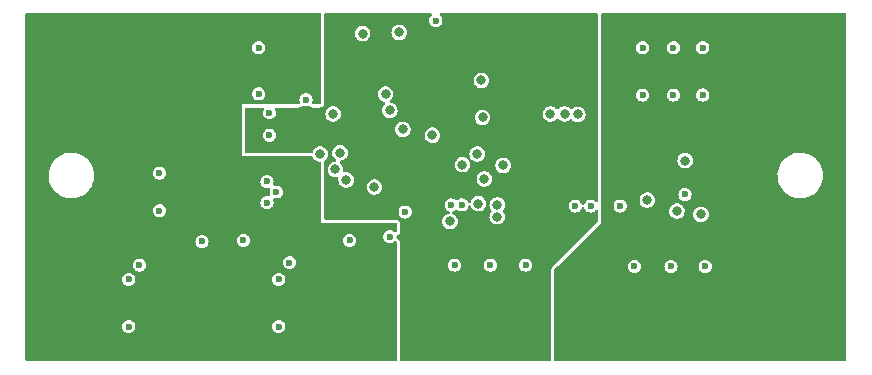
<source format=gbr>
%TF.GenerationSoftware,KiCad,Pcbnew,(6.0.6)*%
%TF.CreationDate,2022-08-13T21:50:17-05:00*%
%TF.ProjectId,usb-led-controller,7573622d-6c65-4642-9d63-6f6e74726f6c,rev?*%
%TF.SameCoordinates,Original*%
%TF.FileFunction,Copper,L3,Inr*%
%TF.FilePolarity,Positive*%
%FSLAX46Y46*%
G04 Gerber Fmt 4.6, Leading zero omitted, Abs format (unit mm)*
G04 Created by KiCad (PCBNEW (6.0.6)) date 2022-08-13 21:50:17*
%MOMM*%
%LPD*%
G01*
G04 APERTURE LIST*
%TA.AperFunction,ComponentPad*%
%ADD10C,0.600000*%
%TD*%
%TA.AperFunction,ViaPad*%
%ADD11C,0.800000*%
%TD*%
G04 APERTURE END LIST*
D10*
%TO.N,GND*%
%TO.C,REF\u002A\u002A*%
X182499995Y-107199994D03*
%TD*%
%TO.N,GND*%
%TO.C,REF\u002A\u002A*%
X145199995Y-119599994D03*
%TD*%
%TO.N,GND*%
%TO.C,REF\u002A\u002A*%
X151699995Y-126799994D03*
%TD*%
%TO.N,+5V*%
%TO.C,REF\u002A\u002A*%
X147828000Y-114600000D03*
%TD*%
%TO.N,+3V3*%
%TO.C,REF\u002A\u002A*%
X164600000Y-117100000D03*
%TD*%
%TO.N,GND*%
%TO.C,REF\u002A\u002A*%
X149999995Y-103199994D03*
%TD*%
%TO.N,GND*%
%TO.C,REF\u002A\u002A*%
X138999995Y-122799994D03*
%TD*%
%TO.N,+5V*%
%TO.C,REF\u002A\u002A*%
X156800000Y-126850000D03*
%TD*%
%TO.N,GND*%
%TO.C,REF\u002A\u002A*%
X152599995Y-121399994D03*
%TD*%
%TO.N,GND*%
%TO.C,REF\u002A\u002A*%
X164999995Y-100899994D03*
%TD*%
%TO.N,GND*%
%TO.C,REF\u002A\u002A*%
X151699995Y-122799994D03*
%TD*%
%TO.N,GND*%
%TO.C,REF\u002A\u002A*%
X161099995Y-119199994D03*
%TD*%
%TO.N,GND*%
%TO.C,REF\u002A\u002A*%
X182499995Y-103199994D03*
%TD*%
%TO.N,GND*%
%TO.C,REF\u002A\u002A*%
X169599995Y-121599994D03*
%TD*%
%TO.N,+5V*%
%TO.C,REF\u002A\u002A*%
X161100000Y-121700000D03*
%TD*%
%TO.N,GND*%
%TO.C,REF\u002A\u002A*%
X151499995Y-115399994D03*
%TD*%
%TO.N,+3V3*%
%TO.C,REF\u002A\u002A*%
X149300000Y-110600000D03*
%TD*%
%TO.N,GND*%
%TO.C,REF\u002A\u002A*%
X176799995Y-116599994D03*
%TD*%
%TO.N,GND*%
%TO.C,REF\u002A\u002A*%
X162399995Y-117099994D03*
%TD*%
%TO.N,+3V3*%
%TO.C,REF\u002A\u002A*%
X163500000Y-117100000D03*
%TD*%
%TO.N,GND*%
%TO.C,REF\u002A\u002A*%
X166599995Y-121599994D03*
%TD*%
%TO.N,GND*%
%TO.C,REF\u002A\u002A*%
X150899995Y-110599994D03*
%TD*%
%TO.N,+5V*%
%TO.C,REF\u002A\u002A*%
X144100000Y-122750000D03*
%TD*%
%TO.N,GND*%
%TO.C,REF\u002A\u002A*%
X150699995Y-116299994D03*
%TD*%
%TO.N,GND*%
%TO.C,REF\u002A\u002A*%
X181799995Y-121699994D03*
%TD*%
%TO.N,GND*%
%TO.C,REF\u002A\u002A*%
X186099995Y-115599994D03*
%TD*%
%TO.N,+3V3*%
%TO.C,REF\u002A\u002A*%
X173900000Y-107100000D03*
%TD*%
%TO.N,GND*%
%TO.C,REF\u002A\u002A*%
X184899995Y-121699994D03*
%TD*%
%TO.N,GND*%
%TO.C,REF\u002A\u002A*%
X187599995Y-103199994D03*
%TD*%
%TO.N,+5V*%
%TO.C,REF\u002A\u002A*%
X147828000Y-116200000D03*
%TD*%
%TO.N,GND*%
%TO.C,REF\u002A\u002A*%
X157699995Y-119499994D03*
%TD*%
%TO.N,+3V3*%
%TO.C,REF\u002A\u002A*%
X156000000Y-117200000D03*
%TD*%
%TO.N,GND*%
%TO.C,REF\u002A\u002A*%
X187599995Y-107199994D03*
%TD*%
%TO.N,GND*%
%TO.C,REF\u002A\u002A*%
X185099995Y-103199994D03*
%TD*%
%TO.N,+5V*%
%TO.C,REF\u002A\u002A*%
X156800000Y-122750000D03*
%TD*%
%TO.N,+12V*%
%TO.C,REF\u002A\u002A*%
X175800000Y-126800000D03*
%TD*%
%TO.N,GND*%
%TO.C,REF\u002A\u002A*%
X149999995Y-107099994D03*
%TD*%
%TO.N,GND*%
%TO.C,REF\u002A\u002A*%
X139899995Y-121599994D03*
%TD*%
%TO.N,+12V*%
%TO.C,REF\u002A\u002A*%
X191100000Y-126800000D03*
%TD*%
%TO.N,GND*%
%TO.C,REF\u002A\u002A*%
X178099995Y-116599994D03*
%TD*%
%TO.N,GND*%
%TO.C,REF\u002A\u002A*%
X153999995Y-107599994D03*
%TD*%
%TO.N,+3V3*%
%TO.C,REF\u002A\u002A*%
X166000000Y-100850000D03*
%TD*%
%TO.N,GND*%
%TO.C,REF\u002A\u002A*%
X166299995Y-116499994D03*
%TD*%
%TO.N,+12V*%
%TO.C,REF\u002A\u002A*%
X175800000Y-122800000D03*
%TD*%
%TO.N,+12V*%
%TO.C,REF\u002A\u002A*%
X191100000Y-111900000D03*
%TD*%
%TO.N,+5V*%
%TO.C,REF\u002A\u002A*%
X144100000Y-126850000D03*
%TD*%
%TO.N,GND*%
%TO.C,REF\u002A\u002A*%
X172599995Y-121599994D03*
%TD*%
%TO.N,GND*%
%TO.C,REF\u002A\u002A*%
X141599995Y-113799994D03*
%TD*%
%TO.N,+12V*%
%TO.C,REF\u002A\u002A*%
X191100000Y-122800000D03*
%TD*%
%TO.N,+5V*%
%TO.C,REF\u002A\u002A*%
X154000000Y-104400000D03*
%TD*%
%TO.N,GND*%
%TO.C,REF\u002A\u002A*%
X141599995Y-116999994D03*
%TD*%
%TO.N,GND*%
%TO.C,REF\u002A\u002A*%
X148700000Y-119500000D03*
%TD*%
%TO.N,+3V3*%
%TO.C,REF\u002A\u002A*%
X175600000Y-119200000D03*
%TD*%
%TO.N,GND*%
%TO.C,REF\u002A\u002A*%
X167199995Y-116499994D03*
%TD*%
%TO.N,GND*%
%TO.C,REF\u002A\u002A*%
X150699995Y-114499994D03*
%TD*%
%TO.N,GND*%
%TO.C,REF\u002A\u002A*%
X180599995Y-116599994D03*
%TD*%
%TO.N,GND*%
%TO.C,REF\u002A\u002A*%
X185099995Y-107199994D03*
%TD*%
%TO.N,+3V3*%
%TO.C,REF\u002A\u002A*%
X149300000Y-108600000D03*
%TD*%
%TO.N,GND*%
%TO.C,REF\u002A\u002A*%
X187799995Y-121699994D03*
%TD*%
%TO.N,GND*%
%TO.C,REF\u002A\u002A*%
X150899995Y-108699994D03*
%TD*%
%TO.N,+5V*%
%TO.C,REF\u002A\u002A*%
X152800000Y-114000000D03*
%TD*%
%TO.N,+5V*%
%TO.C,REF\u002A\u002A*%
X147828000Y-115400000D03*
%TD*%
%TO.N,GND*%
%TO.C,REF\u002A\u002A*%
X138999995Y-126799994D03*
%TD*%
%TO.N,+12V*%
%TO.C,REF\u002A\u002A*%
X191100000Y-107500000D03*
%TD*%
%TO.N,+5V*%
%TO.C,REF\u002A\u002A*%
X148700000Y-121900000D03*
%TD*%
D11*
%TO.N,/NRST*%
X162200000Y-110100000D03*
X177019999Y-108836286D03*
%TO.N,/SWCLK*%
X164700497Y-110600000D03*
X175900000Y-108800000D03*
%TO.N,/SWDIO*%
X174700000Y-108800000D03*
X167250000Y-113100000D03*
%TO.N,/GATE_0_R*%
X185413391Y-117027501D03*
X168500000Y-112200000D03*
%TO.N,/GATE_0_G*%
X168950000Y-109100000D03*
X187450000Y-117300000D03*
%TO.N,/GATE_0_B*%
X182900000Y-116100000D03*
X168850000Y-105950000D03*
%TO.N,/GATE_1_R*%
X168600000Y-116400000D03*
X170200000Y-117499503D03*
%TO.N,/GATE_1_G*%
X170200000Y-116500000D03*
X169100000Y-114300000D03*
%TO.N,/GATE_1_B*%
X166200000Y-117900000D03*
X170700000Y-113150000D03*
%TO.N,/WS2812_0_~{OE}*%
X157400000Y-114400000D03*
X159800000Y-115000000D03*
X161100000Y-108500000D03*
%TO.N,/WS2812_1_~{OE}*%
X160745153Y-107125412D03*
X156500000Y-113500000D03*
%TO.N,/WS2812_0_DATA_UC*%
X156886286Y-112086286D03*
X158800000Y-102000000D03*
%TO.N,/WS2812_1_DATA_UC*%
X156300000Y-108800000D03*
X155200000Y-112200000D03*
%TO.N,/SWO*%
X161900000Y-101900000D03*
X186100000Y-112750000D03*
%TD*%
%TA.AperFunction,Conductor*%
%TO.N,+5V*%
G36*
X155242121Y-100274502D02*
G01*
X155288614Y-100328158D01*
X155300000Y-100380500D01*
X155300000Y-107874000D01*
X155279998Y-107942121D01*
X155226342Y-107988614D01*
X155174000Y-108000000D01*
X154623067Y-108000000D01*
X154554946Y-107979998D01*
X154508453Y-107926342D01*
X154498349Y-107856068D01*
X154506658Y-107825782D01*
X154537063Y-107752377D01*
X154540223Y-107744748D01*
X154551008Y-107662831D01*
X154558202Y-107608182D01*
X154559280Y-107599994D01*
X154540223Y-107455240D01*
X154511620Y-107386187D01*
X154487510Y-107327980D01*
X154487509Y-107327978D01*
X154484350Y-107320352D01*
X154395469Y-107204520D01*
X154388919Y-107199494D01*
X154388916Y-107199491D01*
X154286191Y-107120667D01*
X154286189Y-107120666D01*
X154279638Y-107115639D01*
X154144749Y-107059766D01*
X153999995Y-107040709D01*
X153991807Y-107041787D01*
X153863427Y-107058688D01*
X153863425Y-107058689D01*
X153855241Y-107059766D01*
X153807425Y-107079572D01*
X153727981Y-107112479D01*
X153727979Y-107112480D01*
X153720353Y-107115639D01*
X153604521Y-107204520D01*
X153515640Y-107320352D01*
X153512481Y-107327978D01*
X153512480Y-107327980D01*
X153488370Y-107386187D01*
X153459767Y-107455240D01*
X153440710Y-107599994D01*
X153441788Y-107608182D01*
X153448983Y-107662831D01*
X153459767Y-107744748D01*
X153462927Y-107752377D01*
X153493332Y-107825782D01*
X153500921Y-107896372D01*
X153469142Y-107959859D01*
X153408084Y-107996086D01*
X153376923Y-108000000D01*
X148600000Y-108000000D01*
X148600000Y-112400000D01*
X154488145Y-112400000D01*
X154556266Y-112420002D01*
X154602759Y-112473658D01*
X154606470Y-112482697D01*
X154612553Y-112499319D01*
X154700908Y-112630805D01*
X154706527Y-112635918D01*
X154706528Y-112635919D01*
X154795576Y-112716946D01*
X154818076Y-112737419D01*
X154957293Y-112813008D01*
X155110522Y-112853207D01*
X155175980Y-112854235D01*
X155243777Y-112875304D01*
X155289421Y-112929683D01*
X155300000Y-112980219D01*
X155300000Y-118000000D01*
X161574000Y-118000000D01*
X161642121Y-118020002D01*
X161688614Y-118073658D01*
X161700000Y-118126000D01*
X161700000Y-118706385D01*
X161679998Y-118774506D01*
X161626342Y-118820999D01*
X161556068Y-118831103D01*
X161496090Y-118803711D01*
X161495469Y-118804520D01*
X161491951Y-118801820D01*
X161491949Y-118801819D01*
X161490613Y-118800794D01*
X161490610Y-118800791D01*
X161386191Y-118720667D01*
X161386189Y-118720666D01*
X161379638Y-118715639D01*
X161244749Y-118659766D01*
X161099995Y-118640709D01*
X161091807Y-118641787D01*
X160963427Y-118658688D01*
X160963425Y-118658689D01*
X160955241Y-118659766D01*
X160907425Y-118679572D01*
X160827981Y-118712479D01*
X160827979Y-118712480D01*
X160820353Y-118715639D01*
X160704521Y-118804520D01*
X160615640Y-118920352D01*
X160612481Y-118927978D01*
X160612480Y-118927980D01*
X160579573Y-119007424D01*
X160559767Y-119055240D01*
X160558690Y-119063424D01*
X160558689Y-119063426D01*
X160551153Y-119120667D01*
X160540710Y-119199994D01*
X160559767Y-119344748D01*
X160567504Y-119363426D01*
X160608926Y-119463426D01*
X160615640Y-119479636D01*
X160624983Y-119491812D01*
X160685349Y-119570482D01*
X160704521Y-119595468D01*
X160711071Y-119600494D01*
X160711074Y-119600497D01*
X160813799Y-119679321D01*
X160820352Y-119684349D01*
X160955241Y-119740222D01*
X161099995Y-119759279D01*
X161108183Y-119758201D01*
X161236561Y-119741300D01*
X161244749Y-119740222D01*
X161379638Y-119684349D01*
X161421301Y-119652380D01*
X161495469Y-119595468D01*
X161497238Y-119597773D01*
X161547217Y-119570482D01*
X161618032Y-119575547D01*
X161674868Y-119618094D01*
X161699679Y-119684614D01*
X161700000Y-119693603D01*
X161700000Y-129619500D01*
X161679998Y-129687621D01*
X161626342Y-129734114D01*
X161574000Y-129745500D01*
X130380500Y-129745500D01*
X130312379Y-129725498D01*
X130265886Y-129671842D01*
X130254500Y-129619500D01*
X130254500Y-126799994D01*
X138440710Y-126799994D01*
X138459767Y-126944748D01*
X138515640Y-127079636D01*
X138604521Y-127195468D01*
X138611071Y-127200494D01*
X138611074Y-127200497D01*
X138713799Y-127279321D01*
X138720352Y-127284349D01*
X138855241Y-127340222D01*
X138999995Y-127359279D01*
X139008183Y-127358201D01*
X139136561Y-127341300D01*
X139144749Y-127340222D01*
X139279638Y-127284349D01*
X139286191Y-127279321D01*
X139388916Y-127200497D01*
X139388919Y-127200494D01*
X139395469Y-127195468D01*
X139484350Y-127079636D01*
X139540223Y-126944748D01*
X139559280Y-126799994D01*
X151140710Y-126799994D01*
X151159767Y-126944748D01*
X151215640Y-127079636D01*
X151304521Y-127195468D01*
X151311071Y-127200494D01*
X151311074Y-127200497D01*
X151413799Y-127279321D01*
X151420352Y-127284349D01*
X151555241Y-127340222D01*
X151699995Y-127359279D01*
X151708183Y-127358201D01*
X151836561Y-127341300D01*
X151844749Y-127340222D01*
X151979638Y-127284349D01*
X151986191Y-127279321D01*
X152088916Y-127200497D01*
X152088919Y-127200494D01*
X152095469Y-127195468D01*
X152184350Y-127079636D01*
X152240223Y-126944748D01*
X152259280Y-126799994D01*
X152240223Y-126655240D01*
X152184350Y-126520352D01*
X152095469Y-126404520D01*
X152088919Y-126399494D01*
X152088916Y-126399491D01*
X151986191Y-126320667D01*
X151986189Y-126320666D01*
X151979638Y-126315639D01*
X151844749Y-126259766D01*
X151699995Y-126240709D01*
X151691807Y-126241787D01*
X151563427Y-126258688D01*
X151563425Y-126258689D01*
X151555241Y-126259766D01*
X151507425Y-126279572D01*
X151427981Y-126312479D01*
X151427979Y-126312480D01*
X151420353Y-126315639D01*
X151304521Y-126404520D01*
X151215640Y-126520352D01*
X151159767Y-126655240D01*
X151140710Y-126799994D01*
X139559280Y-126799994D01*
X139540223Y-126655240D01*
X139484350Y-126520352D01*
X139395469Y-126404520D01*
X139388919Y-126399494D01*
X139388916Y-126399491D01*
X139286191Y-126320667D01*
X139286189Y-126320666D01*
X139279638Y-126315639D01*
X139144749Y-126259766D01*
X138999995Y-126240709D01*
X138991807Y-126241787D01*
X138863427Y-126258688D01*
X138863425Y-126258689D01*
X138855241Y-126259766D01*
X138807425Y-126279572D01*
X138727981Y-126312479D01*
X138727979Y-126312480D01*
X138720353Y-126315639D01*
X138604521Y-126404520D01*
X138515640Y-126520352D01*
X138459767Y-126655240D01*
X138440710Y-126799994D01*
X130254500Y-126799994D01*
X130254500Y-122799994D01*
X138440710Y-122799994D01*
X138459767Y-122944748D01*
X138515640Y-123079636D01*
X138604521Y-123195468D01*
X138611071Y-123200494D01*
X138611074Y-123200497D01*
X138713799Y-123279321D01*
X138720352Y-123284349D01*
X138855241Y-123340222D01*
X138999995Y-123359279D01*
X139008183Y-123358201D01*
X139136561Y-123341300D01*
X139144749Y-123340222D01*
X139279638Y-123284349D01*
X139286191Y-123279321D01*
X139388916Y-123200497D01*
X139388919Y-123200494D01*
X139395469Y-123195468D01*
X139484350Y-123079636D01*
X139540223Y-122944748D01*
X139559280Y-122799994D01*
X151140710Y-122799994D01*
X151159767Y-122944748D01*
X151215640Y-123079636D01*
X151304521Y-123195468D01*
X151311071Y-123200494D01*
X151311074Y-123200497D01*
X151413799Y-123279321D01*
X151420352Y-123284349D01*
X151555241Y-123340222D01*
X151699995Y-123359279D01*
X151708183Y-123358201D01*
X151836561Y-123341300D01*
X151844749Y-123340222D01*
X151979638Y-123284349D01*
X151986191Y-123279321D01*
X152088916Y-123200497D01*
X152088919Y-123200494D01*
X152095469Y-123195468D01*
X152184350Y-123079636D01*
X152240223Y-122944748D01*
X152259280Y-122799994D01*
X152240223Y-122655240D01*
X152184350Y-122520352D01*
X152095469Y-122404520D01*
X152088919Y-122399494D01*
X152088916Y-122399491D01*
X151986191Y-122320667D01*
X151986189Y-122320666D01*
X151979638Y-122315639D01*
X151844749Y-122259766D01*
X151699995Y-122240709D01*
X151691807Y-122241787D01*
X151563427Y-122258688D01*
X151563425Y-122258689D01*
X151555241Y-122259766D01*
X151507425Y-122279572D01*
X151427981Y-122312479D01*
X151427979Y-122312480D01*
X151420353Y-122315639D01*
X151304521Y-122404520D01*
X151215640Y-122520352D01*
X151159767Y-122655240D01*
X151140710Y-122799994D01*
X139559280Y-122799994D01*
X139540223Y-122655240D01*
X139484350Y-122520352D01*
X139395469Y-122404520D01*
X139388919Y-122399494D01*
X139388916Y-122399491D01*
X139286191Y-122320667D01*
X139286189Y-122320666D01*
X139279638Y-122315639D01*
X139144749Y-122259766D01*
X138999995Y-122240709D01*
X138991807Y-122241787D01*
X138863427Y-122258688D01*
X138863425Y-122258689D01*
X138855241Y-122259766D01*
X138807425Y-122279572D01*
X138727981Y-122312479D01*
X138727979Y-122312480D01*
X138720353Y-122315639D01*
X138604521Y-122404520D01*
X138515640Y-122520352D01*
X138459767Y-122655240D01*
X138440710Y-122799994D01*
X130254500Y-122799994D01*
X130254500Y-121599994D01*
X139340710Y-121599994D01*
X139359767Y-121744748D01*
X139415640Y-121879636D01*
X139504521Y-121995468D01*
X139511071Y-122000494D01*
X139511074Y-122000497D01*
X139613799Y-122079321D01*
X139620352Y-122084349D01*
X139755241Y-122140222D01*
X139899995Y-122159279D01*
X139908183Y-122158201D01*
X140036561Y-122141300D01*
X140044749Y-122140222D01*
X140179638Y-122084349D01*
X140186191Y-122079321D01*
X140288916Y-122000497D01*
X140288919Y-122000494D01*
X140295469Y-121995468D01*
X140384350Y-121879636D01*
X140440223Y-121744748D01*
X140459280Y-121599994D01*
X140440223Y-121455240D01*
X140417339Y-121399994D01*
X152040710Y-121399994D01*
X152059767Y-121544748D01*
X152115640Y-121679636D01*
X152204521Y-121795468D01*
X152211071Y-121800494D01*
X152211074Y-121800497D01*
X152304269Y-121872008D01*
X152320352Y-121884349D01*
X152455241Y-121940222D01*
X152599995Y-121959279D01*
X152608183Y-121958201D01*
X152736561Y-121941300D01*
X152744749Y-121940222D01*
X152879638Y-121884349D01*
X152895721Y-121872008D01*
X152988916Y-121800497D01*
X152988919Y-121800494D01*
X152995469Y-121795468D01*
X153084350Y-121679636D01*
X153140223Y-121544748D01*
X153159280Y-121399994D01*
X153140223Y-121255240D01*
X153084350Y-121120352D01*
X152995469Y-121004520D01*
X152988919Y-120999494D01*
X152988916Y-120999491D01*
X152886191Y-120920667D01*
X152886189Y-120920666D01*
X152879638Y-120915639D01*
X152744749Y-120859766D01*
X152599995Y-120840709D01*
X152591807Y-120841787D01*
X152463427Y-120858688D01*
X152463425Y-120858689D01*
X152455241Y-120859766D01*
X152407425Y-120879572D01*
X152327981Y-120912479D01*
X152327979Y-120912480D01*
X152320353Y-120915639D01*
X152204521Y-121004520D01*
X152115640Y-121120352D01*
X152059767Y-121255240D01*
X152040710Y-121399994D01*
X140417339Y-121399994D01*
X140384350Y-121320352D01*
X140295469Y-121204520D01*
X140288919Y-121199494D01*
X140288916Y-121199491D01*
X140186191Y-121120667D01*
X140186189Y-121120666D01*
X140179638Y-121115639D01*
X140044749Y-121059766D01*
X139899995Y-121040709D01*
X139891807Y-121041787D01*
X139763427Y-121058688D01*
X139763425Y-121058689D01*
X139755241Y-121059766D01*
X139707425Y-121079572D01*
X139627981Y-121112479D01*
X139627979Y-121112480D01*
X139620353Y-121115639D01*
X139504521Y-121204520D01*
X139415640Y-121320352D01*
X139359767Y-121455240D01*
X139340710Y-121599994D01*
X130254500Y-121599994D01*
X130254500Y-119599994D01*
X144640710Y-119599994D01*
X144659767Y-119744748D01*
X144715640Y-119879636D01*
X144727793Y-119895474D01*
X144795994Y-119984355D01*
X144804521Y-119995468D01*
X144811071Y-120000494D01*
X144811074Y-120000497D01*
X144886283Y-120058207D01*
X144920352Y-120084349D01*
X145055241Y-120140222D01*
X145199995Y-120159279D01*
X145208183Y-120158201D01*
X145336561Y-120141300D01*
X145344749Y-120140222D01*
X145479638Y-120084349D01*
X145513707Y-120058207D01*
X145588916Y-120000497D01*
X145588919Y-120000494D01*
X145595469Y-119995468D01*
X145603997Y-119984355D01*
X145672197Y-119895474D01*
X145684350Y-119879636D01*
X145740223Y-119744748D01*
X145759280Y-119599994D01*
X145746116Y-119500000D01*
X148140715Y-119500000D01*
X148141793Y-119508188D01*
X148158694Y-119636562D01*
X148159772Y-119644754D01*
X148162931Y-119652380D01*
X148206764Y-119758201D01*
X148215645Y-119779642D01*
X148220672Y-119786193D01*
X148299495Y-119888917D01*
X148304526Y-119895474D01*
X148311076Y-119900500D01*
X148311079Y-119900503D01*
X148413804Y-119979327D01*
X148420357Y-119984355D01*
X148555246Y-120040228D01*
X148700000Y-120059285D01*
X148708188Y-120058207D01*
X148836566Y-120041306D01*
X148844754Y-120040228D01*
X148979643Y-119984355D01*
X148986196Y-119979327D01*
X149088921Y-119900503D01*
X149088924Y-119900500D01*
X149095474Y-119895474D01*
X149100506Y-119888917D01*
X149179328Y-119786193D01*
X149184355Y-119779642D01*
X149193237Y-119758201D01*
X149237069Y-119652380D01*
X149240228Y-119644754D01*
X149241307Y-119636562D01*
X149258207Y-119508188D01*
X149259285Y-119500000D01*
X149259284Y-119499994D01*
X157140710Y-119499994D01*
X157141788Y-119508182D01*
X157153583Y-119597773D01*
X157159767Y-119644748D01*
X157162926Y-119652374D01*
X157207208Y-119759279D01*
X157215640Y-119779636D01*
X157260081Y-119837552D01*
X157292373Y-119879636D01*
X157304521Y-119895468D01*
X157311071Y-119900494D01*
X157311074Y-119900497D01*
X157413799Y-119979321D01*
X157420352Y-119984349D01*
X157555241Y-120040222D01*
X157699995Y-120059279D01*
X157708183Y-120058201D01*
X157836561Y-120041300D01*
X157844749Y-120040222D01*
X157979638Y-119984349D01*
X157986191Y-119979321D01*
X158088916Y-119900497D01*
X158088919Y-119900494D01*
X158095469Y-119895468D01*
X158107618Y-119879636D01*
X158139909Y-119837552D01*
X158184350Y-119779636D01*
X158192783Y-119759279D01*
X158237064Y-119652374D01*
X158240223Y-119644748D01*
X158246408Y-119597773D01*
X158258202Y-119508182D01*
X158259280Y-119499994D01*
X158252384Y-119447614D01*
X158241301Y-119363426D01*
X158241300Y-119363424D01*
X158240223Y-119355240D01*
X158184350Y-119220352D01*
X158101576Y-119112479D01*
X158100496Y-119111071D01*
X158100495Y-119111070D01*
X158095469Y-119104520D01*
X158088919Y-119099494D01*
X158088916Y-119099491D01*
X157986191Y-119020667D01*
X157986189Y-119020666D01*
X157979638Y-119015639D01*
X157844749Y-118959766D01*
X157699995Y-118940709D01*
X157691807Y-118941787D01*
X157563427Y-118958688D01*
X157563425Y-118958689D01*
X157555241Y-118959766D01*
X157547598Y-118962932D01*
X157427981Y-119012479D01*
X157427979Y-119012480D01*
X157420353Y-119015639D01*
X157304521Y-119104520D01*
X157215640Y-119220352D01*
X157159767Y-119355240D01*
X157158690Y-119363424D01*
X157158689Y-119363426D01*
X157147606Y-119447614D01*
X157140710Y-119499994D01*
X149259284Y-119499994D01*
X149240228Y-119355246D01*
X149184355Y-119220358D01*
X149139914Y-119162442D01*
X149100501Y-119111077D01*
X149100500Y-119111076D01*
X149095474Y-119104526D01*
X149088924Y-119099500D01*
X149088921Y-119099497D01*
X148986196Y-119020673D01*
X148986194Y-119020672D01*
X148979643Y-119015645D01*
X148844754Y-118959772D01*
X148700000Y-118940715D01*
X148691812Y-118941793D01*
X148563432Y-118958694D01*
X148563430Y-118958695D01*
X148555246Y-118959772D01*
X148507430Y-118979578D01*
X148427986Y-119012485D01*
X148427984Y-119012486D01*
X148420358Y-119015645D01*
X148304526Y-119104526D01*
X148215645Y-119220358D01*
X148159772Y-119355246D01*
X148140715Y-119500000D01*
X145746116Y-119500000D01*
X145740223Y-119455240D01*
X145720417Y-119407424D01*
X145687510Y-119327980D01*
X145687509Y-119327978D01*
X145684350Y-119320352D01*
X145613475Y-119227986D01*
X145600496Y-119211071D01*
X145600495Y-119211070D01*
X145595469Y-119204520D01*
X145588919Y-119199494D01*
X145588916Y-119199491D01*
X145486191Y-119120667D01*
X145486189Y-119120666D01*
X145479638Y-119115639D01*
X145344749Y-119059766D01*
X145199995Y-119040709D01*
X145191807Y-119041787D01*
X145063427Y-119058688D01*
X145063425Y-119058689D01*
X145055241Y-119059766D01*
X145046405Y-119063426D01*
X144927981Y-119112479D01*
X144927979Y-119112480D01*
X144920353Y-119115639D01*
X144804521Y-119204520D01*
X144799498Y-119211066D01*
X144786515Y-119227986D01*
X144715640Y-119320352D01*
X144712481Y-119327978D01*
X144712480Y-119327980D01*
X144679573Y-119407424D01*
X144659767Y-119455240D01*
X144640710Y-119599994D01*
X130254500Y-119599994D01*
X130254500Y-116999994D01*
X141040710Y-116999994D01*
X141059767Y-117144748D01*
X141115640Y-117279636D01*
X141120667Y-117286187D01*
X141192373Y-117379636D01*
X141204521Y-117395468D01*
X141211071Y-117400494D01*
X141211074Y-117400497D01*
X141313799Y-117479321D01*
X141320352Y-117484349D01*
X141455241Y-117540222D01*
X141599995Y-117559279D01*
X141608183Y-117558201D01*
X141736561Y-117541300D01*
X141744749Y-117540222D01*
X141879638Y-117484349D01*
X141886191Y-117479321D01*
X141988916Y-117400497D01*
X141988919Y-117400494D01*
X141995469Y-117395468D01*
X142007618Y-117379636D01*
X142079323Y-117286187D01*
X142084350Y-117279636D01*
X142140223Y-117144748D01*
X142159280Y-116999994D01*
X142140223Y-116855240D01*
X142084350Y-116720352D01*
X141995469Y-116604520D01*
X141988919Y-116599494D01*
X141988916Y-116599491D01*
X141886191Y-116520667D01*
X141886189Y-116520666D01*
X141879638Y-116515639D01*
X141744749Y-116459766D01*
X141599995Y-116440709D01*
X141591807Y-116441787D01*
X141463427Y-116458688D01*
X141463425Y-116458689D01*
X141455241Y-116459766D01*
X141407425Y-116479572D01*
X141327981Y-116512479D01*
X141327979Y-116512480D01*
X141320353Y-116515639D01*
X141204521Y-116604520D01*
X141115640Y-116720352D01*
X141059767Y-116855240D01*
X141040710Y-116999994D01*
X130254500Y-116999994D01*
X130254500Y-116299994D01*
X150140710Y-116299994D01*
X150159767Y-116444748D01*
X150162926Y-116452374D01*
X150191214Y-116520666D01*
X150215640Y-116579636D01*
X150220667Y-116586187D01*
X150277131Y-116659772D01*
X150304521Y-116695468D01*
X150311071Y-116700494D01*
X150311074Y-116700497D01*
X150413799Y-116779321D01*
X150420352Y-116784349D01*
X150555241Y-116840222D01*
X150699995Y-116859279D01*
X150708183Y-116858201D01*
X150730675Y-116855240D01*
X150844749Y-116840222D01*
X150979638Y-116784349D01*
X150986191Y-116779321D01*
X151088916Y-116700497D01*
X151088919Y-116700494D01*
X151095469Y-116695468D01*
X151122860Y-116659772D01*
X151179323Y-116586187D01*
X151184350Y-116579636D01*
X151208777Y-116520666D01*
X151237064Y-116452374D01*
X151240223Y-116444748D01*
X151259280Y-116299994D01*
X151240223Y-116155240D01*
X151222905Y-116113430D01*
X151215316Y-116042841D01*
X151247095Y-115979354D01*
X151308153Y-115943126D01*
X151355758Y-115940290D01*
X151499995Y-115959279D01*
X151508183Y-115958201D01*
X151636561Y-115941300D01*
X151644749Y-115940222D01*
X151779638Y-115884349D01*
X151786191Y-115879321D01*
X151888916Y-115800497D01*
X151888919Y-115800494D01*
X151895469Y-115795468D01*
X151919648Y-115763958D01*
X151979323Y-115686187D01*
X151984350Y-115679636D01*
X151993666Y-115657147D01*
X152037064Y-115552374D01*
X152040223Y-115544748D01*
X152050251Y-115468581D01*
X152058202Y-115408182D01*
X152059280Y-115399994D01*
X152040223Y-115255240D01*
X151984350Y-115120352D01*
X151895469Y-115004520D01*
X151888919Y-114999494D01*
X151888916Y-114999491D01*
X151786191Y-114920667D01*
X151786189Y-114920666D01*
X151779638Y-114915639D01*
X151644749Y-114859766D01*
X151499995Y-114840709D01*
X151355759Y-114859698D01*
X151285612Y-114848759D01*
X151232513Y-114801631D01*
X151213323Y-114733277D01*
X151222905Y-114686558D01*
X151237063Y-114652377D01*
X151237064Y-114652374D01*
X151240223Y-114644748D01*
X151250754Y-114564760D01*
X151258202Y-114508182D01*
X151259280Y-114499994D01*
X151253317Y-114454700D01*
X151241301Y-114363426D01*
X151241300Y-114363424D01*
X151240223Y-114355240D01*
X151184350Y-114220352D01*
X151095469Y-114104520D01*
X151088919Y-114099494D01*
X151088916Y-114099491D01*
X150986191Y-114020667D01*
X150986189Y-114020666D01*
X150979638Y-114015639D01*
X150857791Y-113965168D01*
X150852378Y-113962926D01*
X150844749Y-113959766D01*
X150699995Y-113940709D01*
X150691807Y-113941787D01*
X150563427Y-113958688D01*
X150563425Y-113958689D01*
X150555241Y-113959766D01*
X150545039Y-113963992D01*
X150427981Y-114012479D01*
X150427979Y-114012480D01*
X150420353Y-114015639D01*
X150304521Y-114104520D01*
X150215640Y-114220352D01*
X150159767Y-114355240D01*
X150158690Y-114363424D01*
X150158689Y-114363426D01*
X150146673Y-114454700D01*
X150140710Y-114499994D01*
X150141788Y-114508182D01*
X150149237Y-114564760D01*
X150159767Y-114644748D01*
X150162926Y-114652374D01*
X150189954Y-114717624D01*
X150215640Y-114779636D01*
X150304521Y-114895468D01*
X150311071Y-114900494D01*
X150311074Y-114900497D01*
X150374481Y-114949151D01*
X150420352Y-114984349D01*
X150555241Y-115040222D01*
X150699995Y-115059279D01*
X150844231Y-115040290D01*
X150914378Y-115051229D01*
X150967477Y-115098357D01*
X150986667Y-115166711D01*
X150977085Y-115213430D01*
X150962927Y-115247611D01*
X150959767Y-115255240D01*
X150940710Y-115399994D01*
X150941788Y-115408182D01*
X150949740Y-115468581D01*
X150959767Y-115544748D01*
X150962926Y-115552374D01*
X150962927Y-115552377D01*
X150977085Y-115586558D01*
X150984674Y-115657147D01*
X150952895Y-115720634D01*
X150891837Y-115756862D01*
X150844232Y-115759698D01*
X150699995Y-115740709D01*
X150691807Y-115741787D01*
X150563427Y-115758688D01*
X150563425Y-115758689D01*
X150555241Y-115759766D01*
X150507425Y-115779572D01*
X150427981Y-115812479D01*
X150427979Y-115812480D01*
X150420353Y-115815639D01*
X150304521Y-115904520D01*
X150215640Y-116020352D01*
X150212481Y-116027978D01*
X150212480Y-116027980D01*
X150179573Y-116107424D01*
X150159767Y-116155240D01*
X150140710Y-116299994D01*
X130254500Y-116299994D01*
X130254500Y-113969600D01*
X132204808Y-113969600D01*
X132205052Y-113974035D01*
X132205052Y-113974039D01*
X132208154Y-114030400D01*
X132219830Y-114242574D01*
X132273166Y-114510708D01*
X132363749Y-114768652D01*
X132365802Y-114772605D01*
X132365805Y-114772611D01*
X132426222Y-114888917D01*
X132489774Y-115011260D01*
X132492357Y-115014875D01*
X132492361Y-115014881D01*
X132563051Y-115113801D01*
X132648725Y-115233690D01*
X132837431Y-115431505D01*
X132840926Y-115434261D01*
X132840928Y-115434262D01*
X132891800Y-115474366D01*
X133052126Y-115600757D01*
X133146709Y-115655695D01*
X133284681Y-115735836D01*
X133284687Y-115735839D01*
X133288528Y-115738070D01*
X133292651Y-115739740D01*
X133537793Y-115839033D01*
X133537796Y-115839034D01*
X133541919Y-115840704D01*
X133546232Y-115841775D01*
X133546237Y-115841777D01*
X133717622Y-115884349D01*
X133807243Y-115906611D01*
X134040401Y-115930500D01*
X134209642Y-115930500D01*
X134412705Y-115916122D01*
X134417060Y-115915184D01*
X134417063Y-115915184D01*
X134675621Y-115859518D01*
X134675623Y-115859518D01*
X134679968Y-115858582D01*
X134936458Y-115763958D01*
X135177056Y-115634138D01*
X135396962Y-115471713D01*
X135437807Y-115431505D01*
X135588607Y-115283054D01*
X135591788Y-115279923D01*
X135594489Y-115276384D01*
X135594495Y-115276377D01*
X135754945Y-115066137D01*
X135754948Y-115066133D01*
X135757647Y-115062596D01*
X135854912Y-114888917D01*
X135889052Y-114827956D01*
X135889055Y-114827950D01*
X135891230Y-114824066D01*
X135899910Y-114801631D01*
X135988264Y-114573250D01*
X135988266Y-114573244D01*
X135989871Y-114569095D01*
X135992249Y-114558838D01*
X136025865Y-114413807D01*
X136051603Y-114302768D01*
X136075192Y-114030400D01*
X136074657Y-114020667D01*
X136062963Y-113808182D01*
X136062512Y-113799994D01*
X141040710Y-113799994D01*
X141059767Y-113944748D01*
X141062926Y-113952374D01*
X141095246Y-114030400D01*
X141115640Y-114079636D01*
X141204521Y-114195468D01*
X141211071Y-114200494D01*
X141211074Y-114200497D01*
X141313799Y-114279321D01*
X141320352Y-114284349D01*
X141455241Y-114340222D01*
X141599995Y-114359279D01*
X141608183Y-114358201D01*
X141630675Y-114355240D01*
X141744749Y-114340222D01*
X141879638Y-114284349D01*
X141886191Y-114279321D01*
X141988916Y-114200497D01*
X141988919Y-114200494D01*
X141995469Y-114195468D01*
X142084350Y-114079636D01*
X142104745Y-114030400D01*
X142137064Y-113952374D01*
X142140223Y-113944748D01*
X142159280Y-113799994D01*
X142153102Y-113753064D01*
X142141301Y-113663426D01*
X142141300Y-113663424D01*
X142140223Y-113655240D01*
X142084350Y-113520352D01*
X141995469Y-113404520D01*
X141988919Y-113399494D01*
X141988916Y-113399491D01*
X141886191Y-113320667D01*
X141886189Y-113320666D01*
X141879638Y-113315639D01*
X141744749Y-113259766D01*
X141599995Y-113240709D01*
X141591807Y-113241787D01*
X141463427Y-113258688D01*
X141463425Y-113258689D01*
X141455241Y-113259766D01*
X141407425Y-113279572D01*
X141327981Y-113312479D01*
X141327979Y-113312480D01*
X141320353Y-113315639D01*
X141204521Y-113404520D01*
X141115640Y-113520352D01*
X141059767Y-113655240D01*
X141058690Y-113663424D01*
X141058689Y-113663426D01*
X141046888Y-113753064D01*
X141040710Y-113799994D01*
X136062512Y-113799994D01*
X136060170Y-113757426D01*
X136006834Y-113489292D01*
X135944742Y-113312479D01*
X135917729Y-113235556D01*
X135917728Y-113235553D01*
X135916251Y-113231348D01*
X135914198Y-113227395D01*
X135914195Y-113227389D01*
X135792278Y-112992691D01*
X135790226Y-112988740D01*
X135787643Y-112985125D01*
X135787639Y-112985119D01*
X135687154Y-112844506D01*
X135631275Y-112766310D01*
X135506888Y-112635919D01*
X135445641Y-112571715D01*
X135445639Y-112571713D01*
X135442569Y-112568495D01*
X135396980Y-112532555D01*
X135231370Y-112401999D01*
X135227874Y-112399243D01*
X135121469Y-112337438D01*
X134995319Y-112264164D01*
X134995313Y-112264161D01*
X134991472Y-112261930D01*
X134872662Y-112213807D01*
X134742207Y-112160967D01*
X134742204Y-112160966D01*
X134738081Y-112159296D01*
X134733768Y-112158225D01*
X134733763Y-112158223D01*
X134549830Y-112112534D01*
X134472757Y-112093389D01*
X134239599Y-112069500D01*
X134070358Y-112069500D01*
X133867295Y-112083878D01*
X133862940Y-112084816D01*
X133862937Y-112084816D01*
X133604379Y-112140482D01*
X133604377Y-112140482D01*
X133600032Y-112141418D01*
X133343542Y-112236042D01*
X133102944Y-112365862D01*
X132883038Y-112528287D01*
X132879859Y-112531416D01*
X132879856Y-112531419D01*
X132787363Y-112622471D01*
X132688212Y-112720077D01*
X132685511Y-112723616D01*
X132685505Y-112723623D01*
X132584711Y-112855695D01*
X132522353Y-112937404D01*
X132493604Y-112988740D01*
X132390948Y-113172044D01*
X132390945Y-113172050D01*
X132388770Y-113175934D01*
X132387162Y-113180092D01*
X132387159Y-113180097D01*
X132297804Y-113411066D01*
X132290129Y-113430905D01*
X132228397Y-113697232D01*
X132204808Y-113969600D01*
X130254500Y-113969600D01*
X130254500Y-107099994D01*
X149440710Y-107099994D01*
X149441788Y-107108182D01*
X149455333Y-107211066D01*
X149459767Y-107244748D01*
X149462926Y-107252374D01*
X149491084Y-107320352D01*
X149515640Y-107379636D01*
X149520667Y-107386187D01*
X149564289Y-107443036D01*
X149604521Y-107495468D01*
X149611071Y-107500494D01*
X149611074Y-107500497D01*
X149713799Y-107579321D01*
X149720352Y-107584349D01*
X149855241Y-107640222D01*
X149999995Y-107659279D01*
X150008183Y-107658201D01*
X150136561Y-107641300D01*
X150144749Y-107640222D01*
X150279638Y-107584349D01*
X150286191Y-107579321D01*
X150388916Y-107500497D01*
X150388919Y-107500494D01*
X150395469Y-107495468D01*
X150435702Y-107443036D01*
X150479323Y-107386187D01*
X150484350Y-107379636D01*
X150508907Y-107320352D01*
X150537064Y-107252374D01*
X150540223Y-107244748D01*
X150544658Y-107211066D01*
X150558202Y-107108182D01*
X150559280Y-107099994D01*
X150540223Y-106955240D01*
X150484350Y-106820352D01*
X150395469Y-106704520D01*
X150388919Y-106699494D01*
X150388916Y-106699491D01*
X150286191Y-106620667D01*
X150286189Y-106620666D01*
X150279638Y-106615639D01*
X150144749Y-106559766D01*
X149999995Y-106540709D01*
X149991807Y-106541787D01*
X149863427Y-106558688D01*
X149863425Y-106558689D01*
X149855241Y-106559766D01*
X149807425Y-106579572D01*
X149727981Y-106612479D01*
X149727979Y-106612480D01*
X149720353Y-106615639D01*
X149604521Y-106704520D01*
X149515640Y-106820352D01*
X149459767Y-106955240D01*
X149440710Y-107099994D01*
X130254500Y-107099994D01*
X130254500Y-103199994D01*
X149440710Y-103199994D01*
X149459767Y-103344748D01*
X149515640Y-103479636D01*
X149604521Y-103595468D01*
X149611071Y-103600494D01*
X149611074Y-103600497D01*
X149713799Y-103679321D01*
X149720352Y-103684349D01*
X149855241Y-103740222D01*
X149999995Y-103759279D01*
X150008183Y-103758201D01*
X150136561Y-103741300D01*
X150144749Y-103740222D01*
X150279638Y-103684349D01*
X150286191Y-103679321D01*
X150388916Y-103600497D01*
X150388919Y-103600494D01*
X150395469Y-103595468D01*
X150484350Y-103479636D01*
X150540223Y-103344748D01*
X150559280Y-103199994D01*
X150540223Y-103055240D01*
X150484350Y-102920352D01*
X150395469Y-102804520D01*
X150388919Y-102799494D01*
X150388916Y-102799491D01*
X150286191Y-102720667D01*
X150286189Y-102720666D01*
X150279638Y-102715639D01*
X150144749Y-102659766D01*
X150113827Y-102655695D01*
X150008183Y-102641787D01*
X149999995Y-102640709D01*
X149991807Y-102641787D01*
X149863427Y-102658688D01*
X149863425Y-102658689D01*
X149855241Y-102659766D01*
X149807425Y-102679572D01*
X149727981Y-102712479D01*
X149727979Y-102712480D01*
X149720353Y-102715639D01*
X149604521Y-102804520D01*
X149515640Y-102920352D01*
X149459767Y-103055240D01*
X149440710Y-103199994D01*
X130254500Y-103199994D01*
X130254500Y-100380500D01*
X130274502Y-100312379D01*
X130328158Y-100265886D01*
X130380500Y-100254500D01*
X155174000Y-100254500D01*
X155242121Y-100274502D01*
G37*
%TD.AperFunction*%
%TD*%
%TA.AperFunction,Conductor*%
%TO.N,+12V*%
G36*
X199687621Y-100274502D02*
G01*
X199734114Y-100328158D01*
X199745500Y-100380500D01*
X199745500Y-129619500D01*
X199725498Y-129687621D01*
X199671842Y-129734114D01*
X199619500Y-129745500D01*
X175126000Y-129745500D01*
X175057879Y-129725498D01*
X175011386Y-129671842D01*
X175000000Y-129619500D01*
X175000000Y-122052190D01*
X175020002Y-121984069D01*
X175036905Y-121963095D01*
X175300006Y-121699994D01*
X181240710Y-121699994D01*
X181259767Y-121844748D01*
X181315640Y-121979636D01*
X181404521Y-122095468D01*
X181411071Y-122100494D01*
X181411074Y-122100497D01*
X181513799Y-122179321D01*
X181520352Y-122184349D01*
X181655241Y-122240222D01*
X181799995Y-122259279D01*
X181808183Y-122258201D01*
X181936561Y-122241300D01*
X181944749Y-122240222D01*
X182079638Y-122184349D01*
X182086191Y-122179321D01*
X182188916Y-122100497D01*
X182188919Y-122100494D01*
X182195469Y-122095468D01*
X182284350Y-121979636D01*
X182340223Y-121844748D01*
X182359280Y-121699994D01*
X184340710Y-121699994D01*
X184359767Y-121844748D01*
X184415640Y-121979636D01*
X184504521Y-122095468D01*
X184511071Y-122100494D01*
X184511074Y-122100497D01*
X184613799Y-122179321D01*
X184620352Y-122184349D01*
X184755241Y-122240222D01*
X184899995Y-122259279D01*
X184908183Y-122258201D01*
X185036561Y-122241300D01*
X185044749Y-122240222D01*
X185179638Y-122184349D01*
X185186191Y-122179321D01*
X185288916Y-122100497D01*
X185288919Y-122100494D01*
X185295469Y-122095468D01*
X185384350Y-121979636D01*
X185440223Y-121844748D01*
X185459280Y-121699994D01*
X187240710Y-121699994D01*
X187259767Y-121844748D01*
X187315640Y-121979636D01*
X187404521Y-122095468D01*
X187411071Y-122100494D01*
X187411074Y-122100497D01*
X187513799Y-122179321D01*
X187520352Y-122184349D01*
X187655241Y-122240222D01*
X187799995Y-122259279D01*
X187808183Y-122258201D01*
X187936561Y-122241300D01*
X187944749Y-122240222D01*
X188079638Y-122184349D01*
X188086191Y-122179321D01*
X188188916Y-122100497D01*
X188188919Y-122100494D01*
X188195469Y-122095468D01*
X188284350Y-121979636D01*
X188340223Y-121844748D01*
X188359280Y-121699994D01*
X188340223Y-121555240D01*
X188284350Y-121420352D01*
X188195469Y-121304520D01*
X188188919Y-121299494D01*
X188188916Y-121299491D01*
X188086191Y-121220667D01*
X188086189Y-121220666D01*
X188079638Y-121215639D01*
X187944749Y-121159766D01*
X187799995Y-121140709D01*
X187791807Y-121141787D01*
X187663427Y-121158688D01*
X187663425Y-121158689D01*
X187655241Y-121159766D01*
X187607425Y-121179572D01*
X187527981Y-121212479D01*
X187527979Y-121212480D01*
X187520353Y-121215639D01*
X187404521Y-121304520D01*
X187315640Y-121420352D01*
X187259767Y-121555240D01*
X187240710Y-121699994D01*
X185459280Y-121699994D01*
X185440223Y-121555240D01*
X185384350Y-121420352D01*
X185295469Y-121304520D01*
X185288919Y-121299494D01*
X185288916Y-121299491D01*
X185186191Y-121220667D01*
X185186189Y-121220666D01*
X185179638Y-121215639D01*
X185044749Y-121159766D01*
X184899995Y-121140709D01*
X184891807Y-121141787D01*
X184763427Y-121158688D01*
X184763425Y-121158689D01*
X184755241Y-121159766D01*
X184707425Y-121179572D01*
X184627981Y-121212479D01*
X184627979Y-121212480D01*
X184620353Y-121215639D01*
X184504521Y-121304520D01*
X184415640Y-121420352D01*
X184359767Y-121555240D01*
X184340710Y-121699994D01*
X182359280Y-121699994D01*
X182340223Y-121555240D01*
X182284350Y-121420352D01*
X182195469Y-121304520D01*
X182188919Y-121299494D01*
X182188916Y-121299491D01*
X182086191Y-121220667D01*
X182086189Y-121220666D01*
X182079638Y-121215639D01*
X181944749Y-121159766D01*
X181799995Y-121140709D01*
X181791807Y-121141787D01*
X181663427Y-121158688D01*
X181663425Y-121158689D01*
X181655241Y-121159766D01*
X181607425Y-121179572D01*
X181527981Y-121212479D01*
X181527979Y-121212480D01*
X181520353Y-121215639D01*
X181404521Y-121304520D01*
X181315640Y-121420352D01*
X181259767Y-121555240D01*
X181240710Y-121699994D01*
X175300006Y-121699994D01*
X179000000Y-118000000D01*
X179000000Y-116599994D01*
X180040710Y-116599994D01*
X180041788Y-116608182D01*
X180057714Y-116729150D01*
X180059767Y-116744748D01*
X180065509Y-116758611D01*
X180112093Y-116871072D01*
X180115640Y-116879636D01*
X180120667Y-116886187D01*
X180199012Y-116988288D01*
X180204521Y-116995468D01*
X180211071Y-117000494D01*
X180211074Y-117000497D01*
X180313799Y-117079321D01*
X180320352Y-117084349D01*
X180428045Y-117128957D01*
X180445138Y-117136037D01*
X180455241Y-117140222D01*
X180599995Y-117159279D01*
X180608183Y-117158201D01*
X180736561Y-117141300D01*
X180744749Y-117140222D01*
X180754853Y-117136037D01*
X180771945Y-117128957D01*
X180879638Y-117084349D01*
X180886191Y-117079321D01*
X180962721Y-117020597D01*
X184754120Y-117020597D01*
X184771504Y-117178054D01*
X184774114Y-117185185D01*
X184774114Y-117185187D01*
X184816366Y-117300646D01*
X184825944Y-117326820D01*
X184914299Y-117458306D01*
X184919918Y-117463419D01*
X184919919Y-117463420D01*
X184927855Y-117470641D01*
X185031467Y-117564920D01*
X185170684Y-117640509D01*
X185323913Y-117680708D01*
X185407868Y-117682027D01*
X185474710Y-117683077D01*
X185474713Y-117683077D01*
X185482307Y-117683196D01*
X185636723Y-117647830D01*
X185720643Y-117605623D01*
X185771463Y-117580064D01*
X185771466Y-117580062D01*
X185778246Y-117576652D01*
X185784017Y-117571723D01*
X185784020Y-117571721D01*
X185892927Y-117478705D01*
X185892927Y-117478704D01*
X185898705Y-117473770D01*
X185991146Y-117345125D01*
X186012062Y-117293096D01*
X186790729Y-117293096D01*
X186808113Y-117450553D01*
X186810723Y-117457684D01*
X186810723Y-117457686D01*
X186855507Y-117580064D01*
X186862553Y-117599319D01*
X186866789Y-117605622D01*
X186866789Y-117605623D01*
X186915949Y-117678780D01*
X186950908Y-117730805D01*
X186956527Y-117735918D01*
X186956528Y-117735919D01*
X186967903Y-117746269D01*
X187068076Y-117837419D01*
X187207293Y-117913008D01*
X187360522Y-117953207D01*
X187444477Y-117954526D01*
X187511319Y-117955576D01*
X187511322Y-117955576D01*
X187518916Y-117955695D01*
X187673332Y-117920329D01*
X187743742Y-117884917D01*
X187808072Y-117852563D01*
X187808075Y-117852561D01*
X187814855Y-117849151D01*
X187820626Y-117844222D01*
X187820629Y-117844220D01*
X187929536Y-117751204D01*
X187929536Y-117751203D01*
X187935314Y-117746269D01*
X188027755Y-117617624D01*
X188086842Y-117470641D01*
X188107310Y-117326820D01*
X188108581Y-117317891D01*
X188108581Y-117317888D01*
X188109162Y-117313807D01*
X188109307Y-117300000D01*
X188090276Y-117142733D01*
X188034280Y-116994546D01*
X187954025Y-116877774D01*
X187948855Y-116870251D01*
X187948854Y-116870249D01*
X187944553Y-116863992D01*
X187826275Y-116758611D01*
X187818889Y-116754700D01*
X187692988Y-116688039D01*
X187692989Y-116688039D01*
X187686274Y-116684484D01*
X187532633Y-116645892D01*
X187525034Y-116645852D01*
X187525033Y-116645852D01*
X187459181Y-116645507D01*
X187374221Y-116645062D01*
X187366841Y-116646834D01*
X187366839Y-116646834D01*
X187227563Y-116680271D01*
X187227560Y-116680272D01*
X187220184Y-116682043D01*
X187079414Y-116754700D01*
X186960039Y-116858838D01*
X186868950Y-116988444D01*
X186811406Y-117136037D01*
X186810414Y-117143570D01*
X186810414Y-117143571D01*
X186804221Y-117190616D01*
X186790729Y-117293096D01*
X186012062Y-117293096D01*
X186050233Y-117198142D01*
X186072553Y-117041308D01*
X186072698Y-117027501D01*
X186053667Y-116870234D01*
X185997671Y-116722047D01*
X185947571Y-116649151D01*
X185912246Y-116597752D01*
X185912245Y-116597750D01*
X185907944Y-116591493D01*
X185789666Y-116486112D01*
X185782280Y-116482201D01*
X185656379Y-116415540D01*
X185656380Y-116415540D01*
X185649665Y-116411985D01*
X185496024Y-116373393D01*
X185488425Y-116373353D01*
X185488424Y-116373353D01*
X185422572Y-116373008D01*
X185337612Y-116372563D01*
X185330232Y-116374335D01*
X185330230Y-116374335D01*
X185190954Y-116407772D01*
X185190951Y-116407773D01*
X185183575Y-116409544D01*
X185042805Y-116482201D01*
X184923430Y-116586339D01*
X184832341Y-116715945D01*
X184817231Y-116754700D01*
X184778576Y-116853846D01*
X184774797Y-116863538D01*
X184773805Y-116871071D01*
X184773805Y-116871072D01*
X184756615Y-117001649D01*
X184754120Y-117020597D01*
X180962721Y-117020597D01*
X180988916Y-117000497D01*
X180988919Y-117000494D01*
X180995469Y-116995468D01*
X181000979Y-116988288D01*
X181079323Y-116886187D01*
X181084350Y-116879636D01*
X181087898Y-116871072D01*
X181134481Y-116758611D01*
X181140223Y-116744748D01*
X181142277Y-116729150D01*
X181158202Y-116608182D01*
X181159280Y-116599994D01*
X181151394Y-116540095D01*
X181141301Y-116463426D01*
X181141300Y-116463424D01*
X181140223Y-116455240D01*
X181084350Y-116320352D01*
X180995469Y-116204520D01*
X180988919Y-116199494D01*
X180988916Y-116199491D01*
X180886191Y-116120667D01*
X180886189Y-116120666D01*
X180879638Y-116115639D01*
X180825215Y-116093096D01*
X182240729Y-116093096D01*
X182243773Y-116120666D01*
X182252476Y-116199491D01*
X182258113Y-116250553D01*
X182260723Y-116257684D01*
X182260723Y-116257686D01*
X182303066Y-116373393D01*
X182312553Y-116399319D01*
X182316789Y-116405622D01*
X182316789Y-116405623D01*
X182370876Y-116486112D01*
X182400908Y-116530805D01*
X182406527Y-116535918D01*
X182406528Y-116535919D01*
X182474482Y-116597752D01*
X182518076Y-116637419D01*
X182657293Y-116713008D01*
X182810522Y-116753207D01*
X182894477Y-116754526D01*
X182961319Y-116755576D01*
X182961322Y-116755576D01*
X182968916Y-116755695D01*
X183123332Y-116720329D01*
X183202979Y-116680271D01*
X183258072Y-116652563D01*
X183258075Y-116652561D01*
X183264855Y-116649151D01*
X183270626Y-116644222D01*
X183270629Y-116644220D01*
X183379536Y-116551204D01*
X183379536Y-116551203D01*
X183385314Y-116546269D01*
X183477755Y-116417624D01*
X183536842Y-116270641D01*
X183545320Y-116211071D01*
X183558581Y-116117891D01*
X183558581Y-116117888D01*
X183559162Y-116113807D01*
X183559307Y-116100000D01*
X183557796Y-116087509D01*
X183547266Y-116000497D01*
X183540276Y-115942733D01*
X183484280Y-115794546D01*
X183394553Y-115663992D01*
X183322723Y-115599994D01*
X185540710Y-115599994D01*
X185541788Y-115608182D01*
X185558594Y-115735836D01*
X185559767Y-115744748D01*
X185575292Y-115782228D01*
X185607307Y-115859518D01*
X185615640Y-115879636D01*
X185704521Y-115995468D01*
X185711071Y-116000494D01*
X185711074Y-116000497D01*
X185792433Y-116062926D01*
X185820352Y-116084349D01*
X185955241Y-116140222D01*
X186099995Y-116159279D01*
X186108183Y-116158201D01*
X186236561Y-116141300D01*
X186244749Y-116140222D01*
X186379638Y-116084349D01*
X186407557Y-116062926D01*
X186488916Y-116000497D01*
X186488919Y-116000494D01*
X186495469Y-115995468D01*
X186584350Y-115879636D01*
X186592684Y-115859518D01*
X186624698Y-115782228D01*
X186640223Y-115744748D01*
X186641397Y-115735836D01*
X186658202Y-115608182D01*
X186659280Y-115599994D01*
X186644073Y-115484484D01*
X186641301Y-115463426D01*
X186641300Y-115463424D01*
X186640223Y-115455240D01*
X186584350Y-115320352D01*
X186495469Y-115204520D01*
X186488919Y-115199494D01*
X186488916Y-115199491D01*
X186386191Y-115120667D01*
X186386189Y-115120666D01*
X186379638Y-115115639D01*
X186244749Y-115059766D01*
X186099995Y-115040709D01*
X186091807Y-115041787D01*
X185963427Y-115058688D01*
X185963425Y-115058689D01*
X185955241Y-115059766D01*
X185907425Y-115079572D01*
X185827981Y-115112479D01*
X185827979Y-115112480D01*
X185820353Y-115115639D01*
X185704521Y-115204520D01*
X185615640Y-115320352D01*
X185559767Y-115455240D01*
X185558690Y-115463424D01*
X185558689Y-115463426D01*
X185555917Y-115484484D01*
X185540710Y-115599994D01*
X183322723Y-115599994D01*
X183276275Y-115558611D01*
X183268889Y-115554700D01*
X183142988Y-115488039D01*
X183142989Y-115488039D01*
X183136274Y-115484484D01*
X182982633Y-115445892D01*
X182975034Y-115445852D01*
X182975033Y-115445852D01*
X182909181Y-115445507D01*
X182824221Y-115445062D01*
X182816841Y-115446834D01*
X182816839Y-115446834D01*
X182677563Y-115480271D01*
X182677560Y-115480272D01*
X182670184Y-115482043D01*
X182529414Y-115554700D01*
X182410039Y-115658838D01*
X182318950Y-115788444D01*
X182316190Y-115795524D01*
X182269048Y-115916437D01*
X182261406Y-115936037D01*
X182260414Y-115943570D01*
X182260414Y-115943571D01*
X182241881Y-116084349D01*
X182240729Y-116093096D01*
X180825215Y-116093096D01*
X180744749Y-116059766D01*
X180599995Y-116040709D01*
X180591807Y-116041787D01*
X180463427Y-116058688D01*
X180463425Y-116058689D01*
X180455241Y-116059766D01*
X180408032Y-116079321D01*
X180327981Y-116112479D01*
X180327979Y-116112480D01*
X180320353Y-116115639D01*
X180204521Y-116204520D01*
X180115640Y-116320352D01*
X180059767Y-116455240D01*
X180058690Y-116463424D01*
X180058689Y-116463426D01*
X180048596Y-116540095D01*
X180040710Y-116599994D01*
X179000000Y-116599994D01*
X179000000Y-113969600D01*
X193924808Y-113969600D01*
X193925052Y-113974035D01*
X193925052Y-113974039D01*
X193928154Y-114030400D01*
X193939830Y-114242574D01*
X193993166Y-114510708D01*
X194083749Y-114768652D01*
X194085802Y-114772605D01*
X194085805Y-114772611D01*
X194112534Y-114824066D01*
X194209774Y-115011260D01*
X194212357Y-115014875D01*
X194212361Y-115014881D01*
X194282106Y-115112479D01*
X194368725Y-115233690D01*
X194557431Y-115431505D01*
X194560926Y-115434261D01*
X194560928Y-115434262D01*
X194725074Y-115563664D01*
X194772126Y-115600757D01*
X194863526Y-115653846D01*
X195004681Y-115735836D01*
X195004687Y-115735839D01*
X195008528Y-115738070D01*
X195012651Y-115739740D01*
X195257793Y-115839033D01*
X195257796Y-115839034D01*
X195261919Y-115840704D01*
X195266232Y-115841775D01*
X195266237Y-115841777D01*
X195418649Y-115879636D01*
X195527243Y-115906611D01*
X195760401Y-115930500D01*
X195929642Y-115930500D01*
X196132705Y-115916122D01*
X196137060Y-115915184D01*
X196137063Y-115915184D01*
X196395621Y-115859518D01*
X196395623Y-115859518D01*
X196399968Y-115858582D01*
X196656458Y-115763958D01*
X196839763Y-115665052D01*
X196893140Y-115636251D01*
X196897056Y-115634138D01*
X197116962Y-115471713D01*
X197125381Y-115463426D01*
X197270719Y-115320352D01*
X197311788Y-115279923D01*
X197314489Y-115276384D01*
X197314495Y-115276377D01*
X197474945Y-115066137D01*
X197474948Y-115066133D01*
X197477647Y-115062596D01*
X197555180Y-114924150D01*
X197609052Y-114827956D01*
X197609055Y-114827950D01*
X197611230Y-114824066D01*
X197631137Y-114772611D01*
X197708264Y-114573250D01*
X197708266Y-114573244D01*
X197709871Y-114569095D01*
X197771603Y-114302768D01*
X197795192Y-114030400D01*
X197792091Y-113974039D01*
X197780414Y-113761866D01*
X197780170Y-113757426D01*
X197726834Y-113489292D01*
X197636251Y-113231348D01*
X197634198Y-113227395D01*
X197634195Y-113227389D01*
X197541694Y-113049319D01*
X197510226Y-112988740D01*
X197507643Y-112985125D01*
X197507639Y-112985119D01*
X197353863Y-112769932D01*
X197351275Y-112766310D01*
X197192884Y-112600273D01*
X197165641Y-112571715D01*
X197165639Y-112571713D01*
X197162569Y-112568495D01*
X197115539Y-112531419D01*
X196951370Y-112401999D01*
X196947874Y-112399243D01*
X196811879Y-112320251D01*
X196715319Y-112264164D01*
X196715313Y-112264161D01*
X196711472Y-112261930D01*
X196592309Y-112213664D01*
X196462207Y-112160967D01*
X196462204Y-112160966D01*
X196458081Y-112159296D01*
X196453768Y-112158225D01*
X196453763Y-112158223D01*
X196210285Y-112097743D01*
X196192757Y-112093389D01*
X195959599Y-112069500D01*
X195790358Y-112069500D01*
X195587295Y-112083878D01*
X195582940Y-112084816D01*
X195582937Y-112084816D01*
X195324379Y-112140482D01*
X195324377Y-112140482D01*
X195320032Y-112141418D01*
X195063542Y-112236042D01*
X194822944Y-112365862D01*
X194603038Y-112528287D01*
X194599859Y-112531416D01*
X194599856Y-112531419D01*
X194529912Y-112600273D01*
X194408212Y-112720077D01*
X194405511Y-112723616D01*
X194405505Y-112723623D01*
X194245055Y-112933863D01*
X194242353Y-112937404D01*
X194213604Y-112988740D01*
X194110948Y-113172044D01*
X194110945Y-113172050D01*
X194108770Y-113175934D01*
X194107162Y-113180092D01*
X194107159Y-113180097D01*
X194020538Y-113403999D01*
X194010129Y-113430905D01*
X193948397Y-113697232D01*
X193924808Y-113969600D01*
X179000000Y-113969600D01*
X179000000Y-112743096D01*
X185440729Y-112743096D01*
X185458113Y-112900553D01*
X185460723Y-112907684D01*
X185460723Y-112907686D01*
X185470303Y-112933863D01*
X185512553Y-113049319D01*
X185600908Y-113180805D01*
X185606527Y-113185918D01*
X185606528Y-113185919D01*
X185617903Y-113196269D01*
X185718076Y-113287419D01*
X185857293Y-113363008D01*
X186010522Y-113403207D01*
X186094477Y-113404526D01*
X186161319Y-113405576D01*
X186161322Y-113405576D01*
X186168916Y-113405695D01*
X186323332Y-113370329D01*
X186393742Y-113334917D01*
X186458072Y-113302563D01*
X186458075Y-113302561D01*
X186464855Y-113299151D01*
X186470626Y-113294222D01*
X186470629Y-113294220D01*
X186579536Y-113201204D01*
X186579536Y-113201203D01*
X186585314Y-113196269D01*
X186677755Y-113067624D01*
X186736842Y-112920641D01*
X186742965Y-112877615D01*
X186758581Y-112767891D01*
X186758581Y-112767888D01*
X186759162Y-112763807D01*
X186759307Y-112750000D01*
X186740276Y-112592733D01*
X186684280Y-112444546D01*
X186594553Y-112313992D01*
X186476275Y-112208611D01*
X186468889Y-112204700D01*
X186386291Y-112160967D01*
X186336274Y-112134484D01*
X186182633Y-112095892D01*
X186175034Y-112095852D01*
X186175033Y-112095852D01*
X186109181Y-112095507D01*
X186024221Y-112095062D01*
X186016841Y-112096834D01*
X186016839Y-112096834D01*
X185877563Y-112130271D01*
X185877560Y-112130272D01*
X185870184Y-112132043D01*
X185729414Y-112204700D01*
X185610039Y-112308838D01*
X185518950Y-112438444D01*
X185461406Y-112586037D01*
X185460414Y-112593570D01*
X185460414Y-112593571D01*
X185443293Y-112723623D01*
X185440729Y-112743096D01*
X179000000Y-112743096D01*
X179000000Y-107199994D01*
X181940710Y-107199994D01*
X181959767Y-107344748D01*
X182015640Y-107479636D01*
X182104521Y-107595468D01*
X182111071Y-107600494D01*
X182111074Y-107600497D01*
X182213799Y-107679321D01*
X182220352Y-107684349D01*
X182355241Y-107740222D01*
X182499995Y-107759279D01*
X182508183Y-107758201D01*
X182636561Y-107741300D01*
X182644749Y-107740222D01*
X182779638Y-107684349D01*
X182786191Y-107679321D01*
X182888916Y-107600497D01*
X182888919Y-107600494D01*
X182895469Y-107595468D01*
X182984350Y-107479636D01*
X183040223Y-107344748D01*
X183059280Y-107199994D01*
X184540710Y-107199994D01*
X184559767Y-107344748D01*
X184615640Y-107479636D01*
X184704521Y-107595468D01*
X184711071Y-107600494D01*
X184711074Y-107600497D01*
X184813799Y-107679321D01*
X184820352Y-107684349D01*
X184955241Y-107740222D01*
X185099995Y-107759279D01*
X185108183Y-107758201D01*
X185236561Y-107741300D01*
X185244749Y-107740222D01*
X185379638Y-107684349D01*
X185386191Y-107679321D01*
X185488916Y-107600497D01*
X185488919Y-107600494D01*
X185495469Y-107595468D01*
X185584350Y-107479636D01*
X185640223Y-107344748D01*
X185659280Y-107199994D01*
X187040710Y-107199994D01*
X187059767Y-107344748D01*
X187115640Y-107479636D01*
X187204521Y-107595468D01*
X187211071Y-107600494D01*
X187211074Y-107600497D01*
X187313799Y-107679321D01*
X187320352Y-107684349D01*
X187455241Y-107740222D01*
X187599995Y-107759279D01*
X187608183Y-107758201D01*
X187736561Y-107741300D01*
X187744749Y-107740222D01*
X187879638Y-107684349D01*
X187886191Y-107679321D01*
X187988916Y-107600497D01*
X187988919Y-107600494D01*
X187995469Y-107595468D01*
X188084350Y-107479636D01*
X188140223Y-107344748D01*
X188159280Y-107199994D01*
X188140223Y-107055240D01*
X188084350Y-106920352D01*
X187995469Y-106804520D01*
X187988919Y-106799494D01*
X187988916Y-106799491D01*
X187886191Y-106720667D01*
X187886189Y-106720666D01*
X187879638Y-106715639D01*
X187744749Y-106659766D01*
X187599995Y-106640709D01*
X187591807Y-106641787D01*
X187463427Y-106658688D01*
X187463425Y-106658689D01*
X187455241Y-106659766D01*
X187407425Y-106679572D01*
X187327981Y-106712479D01*
X187327979Y-106712480D01*
X187320353Y-106715639D01*
X187204521Y-106804520D01*
X187115640Y-106920352D01*
X187059767Y-107055240D01*
X187040710Y-107199994D01*
X185659280Y-107199994D01*
X185640223Y-107055240D01*
X185584350Y-106920352D01*
X185495469Y-106804520D01*
X185488919Y-106799494D01*
X185488916Y-106799491D01*
X185386191Y-106720667D01*
X185386189Y-106720666D01*
X185379638Y-106715639D01*
X185244749Y-106659766D01*
X185099995Y-106640709D01*
X185091807Y-106641787D01*
X184963427Y-106658688D01*
X184963425Y-106658689D01*
X184955241Y-106659766D01*
X184907425Y-106679572D01*
X184827981Y-106712479D01*
X184827979Y-106712480D01*
X184820353Y-106715639D01*
X184704521Y-106804520D01*
X184615640Y-106920352D01*
X184559767Y-107055240D01*
X184540710Y-107199994D01*
X183059280Y-107199994D01*
X183040223Y-107055240D01*
X182984350Y-106920352D01*
X182895469Y-106804520D01*
X182888919Y-106799494D01*
X182888916Y-106799491D01*
X182786191Y-106720667D01*
X182786189Y-106720666D01*
X182779638Y-106715639D01*
X182644749Y-106659766D01*
X182499995Y-106640709D01*
X182491807Y-106641787D01*
X182363427Y-106658688D01*
X182363425Y-106658689D01*
X182355241Y-106659766D01*
X182307425Y-106679572D01*
X182227981Y-106712479D01*
X182227979Y-106712480D01*
X182220353Y-106715639D01*
X182104521Y-106804520D01*
X182015640Y-106920352D01*
X181959767Y-107055240D01*
X181940710Y-107199994D01*
X179000000Y-107199994D01*
X179000000Y-103199994D01*
X181940710Y-103199994D01*
X181959767Y-103344748D01*
X182015640Y-103479636D01*
X182104521Y-103595468D01*
X182111071Y-103600494D01*
X182111074Y-103600497D01*
X182213799Y-103679321D01*
X182220352Y-103684349D01*
X182355241Y-103740222D01*
X182499995Y-103759279D01*
X182508183Y-103758201D01*
X182636561Y-103741300D01*
X182644749Y-103740222D01*
X182779638Y-103684349D01*
X182786191Y-103679321D01*
X182888916Y-103600497D01*
X182888919Y-103600494D01*
X182895469Y-103595468D01*
X182984350Y-103479636D01*
X183040223Y-103344748D01*
X183059280Y-103199994D01*
X184540710Y-103199994D01*
X184559767Y-103344748D01*
X184615640Y-103479636D01*
X184704521Y-103595468D01*
X184711071Y-103600494D01*
X184711074Y-103600497D01*
X184813799Y-103679321D01*
X184820352Y-103684349D01*
X184955241Y-103740222D01*
X185099995Y-103759279D01*
X185108183Y-103758201D01*
X185236561Y-103741300D01*
X185244749Y-103740222D01*
X185379638Y-103684349D01*
X185386191Y-103679321D01*
X185488916Y-103600497D01*
X185488919Y-103600494D01*
X185495469Y-103595468D01*
X185584350Y-103479636D01*
X185640223Y-103344748D01*
X185659280Y-103199994D01*
X187040710Y-103199994D01*
X187059767Y-103344748D01*
X187115640Y-103479636D01*
X187204521Y-103595468D01*
X187211071Y-103600494D01*
X187211074Y-103600497D01*
X187313799Y-103679321D01*
X187320352Y-103684349D01*
X187455241Y-103740222D01*
X187599995Y-103759279D01*
X187608183Y-103758201D01*
X187736561Y-103741300D01*
X187744749Y-103740222D01*
X187879638Y-103684349D01*
X187886191Y-103679321D01*
X187988916Y-103600497D01*
X187988919Y-103600494D01*
X187995469Y-103595468D01*
X188084350Y-103479636D01*
X188140223Y-103344748D01*
X188159280Y-103199994D01*
X188140223Y-103055240D01*
X188084350Y-102920352D01*
X187995469Y-102804520D01*
X187988919Y-102799494D01*
X187988916Y-102799491D01*
X187886191Y-102720667D01*
X187886189Y-102720666D01*
X187879638Y-102715639D01*
X187744749Y-102659766D01*
X187599995Y-102640709D01*
X187591807Y-102641787D01*
X187463427Y-102658688D01*
X187463425Y-102658689D01*
X187455241Y-102659766D01*
X187407425Y-102679572D01*
X187327981Y-102712479D01*
X187327979Y-102712480D01*
X187320353Y-102715639D01*
X187204521Y-102804520D01*
X187115640Y-102920352D01*
X187059767Y-103055240D01*
X187040710Y-103199994D01*
X185659280Y-103199994D01*
X185640223Y-103055240D01*
X185584350Y-102920352D01*
X185495469Y-102804520D01*
X185488919Y-102799494D01*
X185488916Y-102799491D01*
X185386191Y-102720667D01*
X185386189Y-102720666D01*
X185379638Y-102715639D01*
X185244749Y-102659766D01*
X185099995Y-102640709D01*
X185091807Y-102641787D01*
X184963427Y-102658688D01*
X184963425Y-102658689D01*
X184955241Y-102659766D01*
X184907425Y-102679572D01*
X184827981Y-102712479D01*
X184827979Y-102712480D01*
X184820353Y-102715639D01*
X184704521Y-102804520D01*
X184615640Y-102920352D01*
X184559767Y-103055240D01*
X184540710Y-103199994D01*
X183059280Y-103199994D01*
X183040223Y-103055240D01*
X182984350Y-102920352D01*
X182895469Y-102804520D01*
X182888919Y-102799494D01*
X182888916Y-102799491D01*
X182786191Y-102720667D01*
X182786189Y-102720666D01*
X182779638Y-102715639D01*
X182644749Y-102659766D01*
X182499995Y-102640709D01*
X182491807Y-102641787D01*
X182363427Y-102658688D01*
X182363425Y-102658689D01*
X182355241Y-102659766D01*
X182307425Y-102679572D01*
X182227981Y-102712479D01*
X182227979Y-102712480D01*
X182220353Y-102715639D01*
X182104521Y-102804520D01*
X182015640Y-102920352D01*
X181959767Y-103055240D01*
X181940710Y-103199994D01*
X179000000Y-103199994D01*
X179000000Y-100380500D01*
X179020002Y-100312379D01*
X179073658Y-100265886D01*
X179126000Y-100254500D01*
X199619500Y-100254500D01*
X199687621Y-100274502D01*
G37*
%TD.AperFunction*%
%TD*%
%TA.AperFunction,Conductor*%
%TO.N,+3V3*%
G36*
X164627290Y-100274502D02*
G01*
X164673783Y-100328158D01*
X164683887Y-100398432D01*
X164654393Y-100463012D01*
X164635872Y-100480463D01*
X164611070Y-100499494D01*
X164611068Y-100499496D01*
X164604521Y-100504520D01*
X164515640Y-100620352D01*
X164459767Y-100755240D01*
X164440710Y-100899994D01*
X164459767Y-101044748D01*
X164515640Y-101179636D01*
X164520667Y-101186187D01*
X164598821Y-101288039D01*
X164604521Y-101295468D01*
X164611071Y-101300494D01*
X164611074Y-101300497D01*
X164713799Y-101379321D01*
X164720352Y-101384349D01*
X164855241Y-101440222D01*
X164999995Y-101459279D01*
X165008183Y-101458201D01*
X165061218Y-101451219D01*
X165144749Y-101440222D01*
X165279638Y-101384349D01*
X165286191Y-101379321D01*
X165388916Y-101300497D01*
X165388919Y-101300494D01*
X165395469Y-101295468D01*
X165401170Y-101288039D01*
X165479323Y-101186187D01*
X165484350Y-101179636D01*
X165540223Y-101044748D01*
X165559280Y-100899994D01*
X165540223Y-100755240D01*
X165484350Y-100620352D01*
X165395469Y-100504520D01*
X165364114Y-100480460D01*
X165322249Y-100423125D01*
X165318027Y-100352254D01*
X165352791Y-100290351D01*
X165415504Y-100257070D01*
X165440820Y-100254500D01*
X178614500Y-100254500D01*
X178682621Y-100274502D01*
X178729114Y-100328158D01*
X178740500Y-100380500D01*
X178740500Y-116152666D01*
X178720498Y-116220787D01*
X178666842Y-116267280D01*
X178596568Y-116277384D01*
X178531988Y-116247890D01*
X178514537Y-116229370D01*
X178500496Y-116211071D01*
X178500495Y-116211070D01*
X178495469Y-116204520D01*
X178488919Y-116199494D01*
X178488916Y-116199491D01*
X178386191Y-116120667D01*
X178386189Y-116120666D01*
X178379638Y-116115639D01*
X178262774Y-116067232D01*
X178252378Y-116062926D01*
X178244749Y-116059766D01*
X178099995Y-116040709D01*
X178091807Y-116041787D01*
X177963427Y-116058688D01*
X177963425Y-116058689D01*
X177955241Y-116059766D01*
X177945039Y-116063992D01*
X177827981Y-116112479D01*
X177827979Y-116112480D01*
X177820353Y-116115639D01*
X177742236Y-116175580D01*
X177733573Y-116182228D01*
X177704521Y-116204520D01*
X177699498Y-116211066D01*
X177686517Y-116227983D01*
X177615640Y-116320352D01*
X177612481Y-116327978D01*
X177612480Y-116327980D01*
X177566404Y-116439217D01*
X177521855Y-116494497D01*
X177454492Y-116516918D01*
X177385701Y-116499360D01*
X177337322Y-116447397D01*
X177333586Y-116439217D01*
X177287510Y-116327980D01*
X177287509Y-116327978D01*
X177284350Y-116320352D01*
X177213473Y-116227983D01*
X177200496Y-116211071D01*
X177200495Y-116211070D01*
X177195469Y-116204520D01*
X177188919Y-116199494D01*
X177188916Y-116199491D01*
X177086191Y-116120667D01*
X177086189Y-116120666D01*
X177079638Y-116115639D01*
X176962774Y-116067232D01*
X176952378Y-116062926D01*
X176944749Y-116059766D01*
X176799995Y-116040709D01*
X176791807Y-116041787D01*
X176663427Y-116058688D01*
X176663425Y-116058689D01*
X176655241Y-116059766D01*
X176645039Y-116063992D01*
X176527981Y-116112479D01*
X176527979Y-116112480D01*
X176520353Y-116115639D01*
X176442236Y-116175580D01*
X176433573Y-116182228D01*
X176404521Y-116204520D01*
X176399498Y-116211066D01*
X176386517Y-116227983D01*
X176315640Y-116320352D01*
X176312481Y-116327978D01*
X176312480Y-116327980D01*
X176303246Y-116350273D01*
X176259767Y-116455240D01*
X176258690Y-116463424D01*
X176258689Y-116463426D01*
X176251647Y-116516918D01*
X176240710Y-116599994D01*
X176241788Y-116608182D01*
X176255333Y-116711066D01*
X176259767Y-116744748D01*
X176262926Y-116752374D01*
X176297532Y-116835919D01*
X176315640Y-116879636D01*
X176404521Y-116995468D01*
X176411071Y-117000494D01*
X176411074Y-117000497D01*
X176513799Y-117079321D01*
X176520352Y-117084349D01*
X176655241Y-117140222D01*
X176799995Y-117159279D01*
X176808183Y-117158201D01*
X176936561Y-117141300D01*
X176944749Y-117140222D01*
X177079638Y-117084349D01*
X177086191Y-117079321D01*
X177188916Y-117000497D01*
X177188919Y-117000494D01*
X177195469Y-116995468D01*
X177284350Y-116879636D01*
X177302459Y-116835919D01*
X177333586Y-116760771D01*
X177378135Y-116705491D01*
X177445498Y-116683070D01*
X177514289Y-116700628D01*
X177562668Y-116752591D01*
X177566404Y-116760771D01*
X177597532Y-116835919D01*
X177615640Y-116879636D01*
X177704521Y-116995468D01*
X177711071Y-117000494D01*
X177711074Y-117000497D01*
X177813799Y-117079321D01*
X177820352Y-117084349D01*
X177955241Y-117140222D01*
X178099995Y-117159279D01*
X178108183Y-117158201D01*
X178236561Y-117141300D01*
X178244749Y-117140222D01*
X178379638Y-117084349D01*
X178386191Y-117079321D01*
X178488916Y-117000497D01*
X178488919Y-117000494D01*
X178495469Y-116995468D01*
X178514537Y-116970618D01*
X178571875Y-116928751D01*
X178642746Y-116924529D01*
X178704649Y-116959293D01*
X178737930Y-117022006D01*
X178740500Y-117047322D01*
X178740500Y-117840322D01*
X178720498Y-117908443D01*
X178703595Y-117929417D01*
X174853411Y-121779601D01*
X174834853Y-121800260D01*
X174817950Y-121821234D01*
X174771013Y-121910960D01*
X174751011Y-121979081D01*
X174750371Y-121983529D01*
X174750370Y-121983536D01*
X174741139Y-122047742D01*
X174740500Y-122052190D01*
X174740500Y-129619500D01*
X174720498Y-129687621D01*
X174666842Y-129734114D01*
X174614500Y-129745500D01*
X162085500Y-129745500D01*
X162017379Y-129725498D01*
X161970886Y-129671842D01*
X161959500Y-129619500D01*
X161959500Y-121599994D01*
X166040710Y-121599994D01*
X166059767Y-121744748D01*
X166115640Y-121879636D01*
X166139676Y-121910960D01*
X166188630Y-121974758D01*
X166204521Y-121995468D01*
X166211071Y-122000494D01*
X166211074Y-122000497D01*
X166284301Y-122056686D01*
X166320352Y-122084349D01*
X166455241Y-122140222D01*
X166599995Y-122159279D01*
X166608183Y-122158201D01*
X166736561Y-122141300D01*
X166744749Y-122140222D01*
X166879638Y-122084349D01*
X166915689Y-122056686D01*
X166988916Y-122000497D01*
X166988919Y-122000494D01*
X166995469Y-121995468D01*
X167011361Y-121974758D01*
X167060314Y-121910960D01*
X167084350Y-121879636D01*
X167140223Y-121744748D01*
X167159280Y-121599994D01*
X169040710Y-121599994D01*
X169059767Y-121744748D01*
X169115640Y-121879636D01*
X169139676Y-121910960D01*
X169188630Y-121974758D01*
X169204521Y-121995468D01*
X169211071Y-122000494D01*
X169211074Y-122000497D01*
X169284301Y-122056686D01*
X169320352Y-122084349D01*
X169455241Y-122140222D01*
X169599995Y-122159279D01*
X169608183Y-122158201D01*
X169736561Y-122141300D01*
X169744749Y-122140222D01*
X169879638Y-122084349D01*
X169915689Y-122056686D01*
X169988916Y-122000497D01*
X169988919Y-122000494D01*
X169995469Y-121995468D01*
X170011361Y-121974758D01*
X170060314Y-121910960D01*
X170084350Y-121879636D01*
X170140223Y-121744748D01*
X170159280Y-121599994D01*
X172040710Y-121599994D01*
X172059767Y-121744748D01*
X172115640Y-121879636D01*
X172139676Y-121910960D01*
X172188630Y-121974758D01*
X172204521Y-121995468D01*
X172211071Y-122000494D01*
X172211074Y-122000497D01*
X172284301Y-122056686D01*
X172320352Y-122084349D01*
X172455241Y-122140222D01*
X172599995Y-122159279D01*
X172608183Y-122158201D01*
X172736561Y-122141300D01*
X172744749Y-122140222D01*
X172879638Y-122084349D01*
X172915689Y-122056686D01*
X172988916Y-122000497D01*
X172988919Y-122000494D01*
X172995469Y-121995468D01*
X173011361Y-121974758D01*
X173060314Y-121910960D01*
X173084350Y-121879636D01*
X173140223Y-121744748D01*
X173159280Y-121599994D01*
X173140223Y-121455240D01*
X173084350Y-121320352D01*
X172995469Y-121204520D01*
X172988919Y-121199494D01*
X172988916Y-121199491D01*
X172886191Y-121120667D01*
X172886189Y-121120666D01*
X172879638Y-121115639D01*
X172744749Y-121059766D01*
X172599995Y-121040709D01*
X172591807Y-121041787D01*
X172463427Y-121058688D01*
X172463425Y-121058689D01*
X172455241Y-121059766D01*
X172407425Y-121079572D01*
X172327981Y-121112479D01*
X172327979Y-121112480D01*
X172320353Y-121115639D01*
X172204521Y-121204520D01*
X172115640Y-121320352D01*
X172059767Y-121455240D01*
X172040710Y-121599994D01*
X170159280Y-121599994D01*
X170140223Y-121455240D01*
X170084350Y-121320352D01*
X169995469Y-121204520D01*
X169988919Y-121199494D01*
X169988916Y-121199491D01*
X169886191Y-121120667D01*
X169886189Y-121120666D01*
X169879638Y-121115639D01*
X169744749Y-121059766D01*
X169599995Y-121040709D01*
X169591807Y-121041787D01*
X169463427Y-121058688D01*
X169463425Y-121058689D01*
X169455241Y-121059766D01*
X169407425Y-121079572D01*
X169327981Y-121112479D01*
X169327979Y-121112480D01*
X169320353Y-121115639D01*
X169204521Y-121204520D01*
X169115640Y-121320352D01*
X169059767Y-121455240D01*
X169040710Y-121599994D01*
X167159280Y-121599994D01*
X167140223Y-121455240D01*
X167084350Y-121320352D01*
X166995469Y-121204520D01*
X166988919Y-121199494D01*
X166988916Y-121199491D01*
X166886191Y-121120667D01*
X166886189Y-121120666D01*
X166879638Y-121115639D01*
X166744749Y-121059766D01*
X166599995Y-121040709D01*
X166591807Y-121041787D01*
X166463427Y-121058688D01*
X166463425Y-121058689D01*
X166455241Y-121059766D01*
X166407425Y-121079572D01*
X166327981Y-121112479D01*
X166327979Y-121112480D01*
X166320353Y-121115639D01*
X166204521Y-121204520D01*
X166115640Y-121320352D01*
X166059767Y-121455240D01*
X166040710Y-121599994D01*
X161959500Y-121599994D01*
X161959500Y-119693603D01*
X161959335Y-119684342D01*
X161959014Y-119675353D01*
X161942817Y-119593927D01*
X161918006Y-119527407D01*
X161898042Y-119485679D01*
X161830381Y-119410354D01*
X161825426Y-119406645D01*
X161825422Y-119406641D01*
X161775799Y-119369494D01*
X161775794Y-119369491D01*
X161773545Y-119367807D01*
X161734189Y-119343496D01*
X161730363Y-119342446D01*
X161677842Y-119298551D01*
X161656628Y-119230798D01*
X161657685Y-119212109D01*
X161658202Y-119208181D01*
X161659280Y-119199994D01*
X161657497Y-119186449D01*
X161668437Y-119116301D01*
X161720070Y-119060512D01*
X161790899Y-119020179D01*
X161796278Y-119017116D01*
X161849934Y-118970623D01*
X161882056Y-118937334D01*
X161928987Y-118847615D01*
X161948989Y-118779494D01*
X161959500Y-118706385D01*
X161959500Y-118126000D01*
X161958050Y-118112511D01*
X161953932Y-118074205D01*
X161953931Y-118074199D01*
X161953570Y-118070841D01*
X161942184Y-118018499D01*
X161934834Y-117991709D01*
X161884731Y-117903722D01*
X161875524Y-117893096D01*
X165540729Y-117893096D01*
X165545402Y-117935422D01*
X165554395Y-118016873D01*
X165558113Y-118050553D01*
X165560723Y-118057684D01*
X165560723Y-118057686D01*
X165596364Y-118155079D01*
X165612553Y-118199319D01*
X165700908Y-118330805D01*
X165706527Y-118335918D01*
X165706528Y-118335919D01*
X165717903Y-118346269D01*
X165818076Y-118437419D01*
X165957293Y-118513008D01*
X166110522Y-118553207D01*
X166194477Y-118554526D01*
X166261319Y-118555576D01*
X166261322Y-118555576D01*
X166268916Y-118555695D01*
X166423332Y-118520329D01*
X166493742Y-118484917D01*
X166558072Y-118452563D01*
X166558075Y-118452561D01*
X166564855Y-118449151D01*
X166570626Y-118444222D01*
X166570629Y-118444220D01*
X166679536Y-118351204D01*
X166679536Y-118351203D01*
X166685314Y-118346269D01*
X166777755Y-118217624D01*
X166836842Y-118070641D01*
X166856814Y-117930308D01*
X166858581Y-117917891D01*
X166858581Y-117917888D01*
X166859162Y-117913807D01*
X166859307Y-117900000D01*
X166840276Y-117742733D01*
X166784280Y-117594546D01*
X166714214Y-117492599D01*
X169540729Y-117492599D01*
X169549421Y-117571328D01*
X169552769Y-117601649D01*
X169558113Y-117650056D01*
X169560723Y-117657187D01*
X169560723Y-117657189D01*
X169603426Y-117773880D01*
X169612553Y-117798822D01*
X169616789Y-117805125D01*
X169616789Y-117805126D01*
X169675903Y-117893096D01*
X169700908Y-117930308D01*
X169706527Y-117935421D01*
X169706528Y-117935422D01*
X169717903Y-117945772D01*
X169818076Y-118036922D01*
X169957293Y-118112511D01*
X170110522Y-118152710D01*
X170194477Y-118154029D01*
X170261319Y-118155079D01*
X170261322Y-118155079D01*
X170268916Y-118155198D01*
X170423332Y-118119832D01*
X170520741Y-118070841D01*
X170558072Y-118052066D01*
X170558075Y-118052064D01*
X170564855Y-118048654D01*
X170570626Y-118043725D01*
X170570629Y-118043723D01*
X170679536Y-117950707D01*
X170679536Y-117950706D01*
X170685314Y-117945772D01*
X170777755Y-117817127D01*
X170836842Y-117670144D01*
X170848469Y-117588444D01*
X170858581Y-117517394D01*
X170858581Y-117517391D01*
X170859162Y-117513310D01*
X170859307Y-117499503D01*
X170840276Y-117342236D01*
X170784280Y-117194049D01*
X170699013Y-117069984D01*
X170676913Y-117002516D01*
X170694798Y-116933809D01*
X170700531Y-116925092D01*
X170700936Y-116924529D01*
X170777755Y-116817624D01*
X170836842Y-116670641D01*
X170846896Y-116599994D01*
X170858581Y-116517891D01*
X170858581Y-116517888D01*
X170859162Y-116513807D01*
X170859307Y-116500000D01*
X170858316Y-116491806D01*
X170848877Y-116413807D01*
X170840276Y-116342733D01*
X170784280Y-116194546D01*
X170727877Y-116112479D01*
X170698855Y-116070251D01*
X170698854Y-116070249D01*
X170694553Y-116063992D01*
X170669631Y-116041787D01*
X170640282Y-116015639D01*
X170576275Y-115958611D01*
X170568889Y-115954700D01*
X170442988Y-115888039D01*
X170442989Y-115888039D01*
X170436274Y-115884484D01*
X170282633Y-115845892D01*
X170275034Y-115845852D01*
X170275033Y-115845852D01*
X170209181Y-115845507D01*
X170124221Y-115845062D01*
X170116841Y-115846834D01*
X170116839Y-115846834D01*
X169977563Y-115880271D01*
X169977560Y-115880272D01*
X169970184Y-115882043D01*
X169829414Y-115954700D01*
X169710039Y-116058838D01*
X169618950Y-116188444D01*
X169561406Y-116336037D01*
X169560414Y-116343570D01*
X169560414Y-116343571D01*
X169545713Y-116455240D01*
X169540729Y-116493096D01*
X169558113Y-116650553D01*
X169560723Y-116657684D01*
X169560723Y-116657686D01*
X169602559Y-116772008D01*
X169612553Y-116799319D01*
X169616789Y-116805622D01*
X169616789Y-116805623D01*
X169700883Y-116930768D01*
X169722275Y-116998465D01*
X169703671Y-117066981D01*
X169699388Y-117073495D01*
X169623319Y-117181730D01*
X169618950Y-117187947D01*
X169616190Y-117195027D01*
X169582264Y-117282043D01*
X169561406Y-117335540D01*
X169560414Y-117343073D01*
X169560414Y-117343074D01*
X169544356Y-117465052D01*
X169540729Y-117492599D01*
X166714214Y-117492599D01*
X166698855Y-117470251D01*
X166698854Y-117470249D01*
X166694553Y-117463992D01*
X166576275Y-117358611D01*
X166568889Y-117354700D01*
X166442986Y-117288038D01*
X166442987Y-117288038D01*
X166436274Y-117284484D01*
X166428913Y-117282635D01*
X166423831Y-117280684D01*
X166367404Y-117237596D01*
X166343231Y-117170842D01*
X166358985Y-117101615D01*
X166409665Y-117051895D01*
X166436382Y-117041348D01*
X166436562Y-117041300D01*
X166444749Y-117040222D01*
X166452375Y-117037063D01*
X166452376Y-117037063D01*
X166492775Y-117020329D01*
X166579638Y-116984349D01*
X166597533Y-116970618D01*
X166673291Y-116912486D01*
X166739511Y-116886885D01*
X166809060Y-116901150D01*
X166826699Y-116912486D01*
X166902458Y-116970618D01*
X166920352Y-116984349D01*
X167055241Y-117040222D01*
X167199995Y-117059279D01*
X167208183Y-117058201D01*
X167227219Y-117055695D01*
X167344749Y-117040222D01*
X167479638Y-116984349D01*
X167486191Y-116979321D01*
X167588916Y-116900497D01*
X167588919Y-116900494D01*
X167595469Y-116895468D01*
X167607618Y-116879636D01*
X167650463Y-116823798D01*
X167684350Y-116779636D01*
X167692165Y-116760771D01*
X167737063Y-116652377D01*
X167737064Y-116652374D01*
X167740223Y-116644748D01*
X167741301Y-116636561D01*
X167743136Y-116629712D01*
X167780088Y-116569089D01*
X167843948Y-116538068D01*
X167914443Y-116546496D01*
X167969190Y-116591699D01*
X167983169Y-116619023D01*
X168009941Y-116692183D01*
X168009943Y-116692187D01*
X168012553Y-116699319D01*
X168016789Y-116705622D01*
X168016789Y-116705623D01*
X168048205Y-116752374D01*
X168100908Y-116830805D01*
X168106527Y-116835918D01*
X168106528Y-116835919D01*
X168210807Y-116930805D01*
X168218076Y-116937419D01*
X168357293Y-117013008D01*
X168510522Y-117053207D01*
X168594477Y-117054526D01*
X168661319Y-117055576D01*
X168661322Y-117055576D01*
X168668916Y-117055695D01*
X168823332Y-117020329D01*
X168904868Y-116979321D01*
X168958072Y-116952563D01*
X168958075Y-116952561D01*
X168964855Y-116949151D01*
X168970626Y-116944222D01*
X168970629Y-116944220D01*
X169079536Y-116851204D01*
X169079536Y-116851203D01*
X169085314Y-116846269D01*
X169177755Y-116717624D01*
X169236842Y-116570641D01*
X169247878Y-116493096D01*
X169258581Y-116417891D01*
X169258581Y-116417888D01*
X169259162Y-116413807D01*
X169259307Y-116400000D01*
X169240276Y-116242733D01*
X169184280Y-116094546D01*
X169162548Y-116062925D01*
X169098855Y-115970251D01*
X169098854Y-115970249D01*
X169094553Y-115963992D01*
X169088514Y-115958611D01*
X169058260Y-115931656D01*
X168976275Y-115858611D01*
X168968889Y-115854700D01*
X168842988Y-115788039D01*
X168842989Y-115788039D01*
X168836274Y-115784484D01*
X168682633Y-115745892D01*
X168675034Y-115745852D01*
X168675033Y-115745852D01*
X168609181Y-115745507D01*
X168524221Y-115745062D01*
X168516841Y-115746834D01*
X168516839Y-115746834D01*
X168377563Y-115780271D01*
X168377560Y-115780272D01*
X168370184Y-115782043D01*
X168229414Y-115854700D01*
X168110039Y-115958838D01*
X168018950Y-116088444D01*
X168010130Y-116111066D01*
X167967352Y-116220787D01*
X167961406Y-116236037D01*
X167960414Y-116243570D01*
X167960414Y-116243571D01*
X167957531Y-116265471D01*
X167928809Y-116330398D01*
X167869544Y-116369490D01*
X167798552Y-116370335D01*
X167738373Y-116332665D01*
X167716200Y-116297243D01*
X167687511Y-116227983D01*
X167687511Y-116227982D01*
X167684350Y-116220352D01*
X167595469Y-116104520D01*
X167588919Y-116099494D01*
X167588916Y-116099491D01*
X167486191Y-116020667D01*
X167486188Y-116020665D01*
X167479638Y-116015639D01*
X167362774Y-115967232D01*
X167352378Y-115962926D01*
X167344749Y-115959766D01*
X167306269Y-115954700D01*
X167208183Y-115941787D01*
X167199995Y-115940709D01*
X167191807Y-115941787D01*
X167063427Y-115958688D01*
X167063425Y-115958689D01*
X167055241Y-115959766D01*
X167045039Y-115963992D01*
X166927981Y-116012479D01*
X166927979Y-116012480D01*
X166920353Y-116015639D01*
X166864055Y-116058838D01*
X166826698Y-116087503D01*
X166760478Y-116113103D01*
X166690929Y-116098838D01*
X166673301Y-116087510D01*
X166579638Y-116015639D01*
X166462774Y-115967232D01*
X166452378Y-115962926D01*
X166444749Y-115959766D01*
X166406269Y-115954700D01*
X166308183Y-115941787D01*
X166299995Y-115940709D01*
X166291807Y-115941787D01*
X166163427Y-115958688D01*
X166163425Y-115958689D01*
X166155241Y-115959766D01*
X166145039Y-115963992D01*
X166027981Y-116012479D01*
X166027979Y-116012480D01*
X166020353Y-116015639D01*
X165964055Y-116058838D01*
X165933573Y-116082228D01*
X165904521Y-116104520D01*
X165815640Y-116220352D01*
X165812481Y-116227978D01*
X165812480Y-116227980D01*
X165792016Y-116277384D01*
X165759767Y-116355240D01*
X165758690Y-116363424D01*
X165758689Y-116363426D01*
X165751519Y-116417891D01*
X165740710Y-116499994D01*
X165742938Y-116516918D01*
X165756597Y-116620667D01*
X165759767Y-116644748D01*
X165762926Y-116652374D01*
X165807826Y-116760771D01*
X165815640Y-116779636D01*
X165849527Y-116823798D01*
X165892373Y-116879636D01*
X165904521Y-116895468D01*
X165911071Y-116900494D01*
X165911074Y-116900497D01*
X166013799Y-116979321D01*
X166020352Y-116984349D01*
X166098661Y-117016786D01*
X166153941Y-117061333D01*
X166176362Y-117128696D01*
X166158804Y-117197488D01*
X166106842Y-117245866D01*
X166079856Y-117255713D01*
X165977564Y-117280271D01*
X165977562Y-117280272D01*
X165970184Y-117282043D01*
X165829414Y-117354700D01*
X165710039Y-117458838D01*
X165618950Y-117588444D01*
X165561406Y-117736037D01*
X165560414Y-117743570D01*
X165560414Y-117743571D01*
X165546651Y-117848117D01*
X165540729Y-117893096D01*
X161875524Y-117893096D01*
X161838238Y-117850066D01*
X161804949Y-117817944D01*
X161715230Y-117771013D01*
X161709294Y-117769270D01*
X161651432Y-117752280D01*
X161651428Y-117752279D01*
X161647109Y-117751011D01*
X161642661Y-117750371D01*
X161642654Y-117750370D01*
X161578448Y-117741139D01*
X161578441Y-117741139D01*
X161574000Y-117740500D01*
X155685500Y-117740500D01*
X155617379Y-117720498D01*
X155570886Y-117666842D01*
X155559500Y-117614500D01*
X155559500Y-117099994D01*
X161840710Y-117099994D01*
X161841788Y-117108182D01*
X161854028Y-117201152D01*
X161859767Y-117244748D01*
X161879573Y-117292564D01*
X161907378Y-117359689D01*
X161915640Y-117379636D01*
X161920667Y-117386187D01*
X161980369Y-117463992D01*
X162004521Y-117495468D01*
X162011071Y-117500494D01*
X162011074Y-117500497D01*
X162033095Y-117517394D01*
X162120352Y-117584349D01*
X162255241Y-117640222D01*
X162399995Y-117659279D01*
X162408183Y-117658201D01*
X162536561Y-117641300D01*
X162544749Y-117640222D01*
X162679638Y-117584349D01*
X162766895Y-117517394D01*
X162788916Y-117500497D01*
X162788919Y-117500494D01*
X162795469Y-117495468D01*
X162819622Y-117463992D01*
X162879323Y-117386187D01*
X162884350Y-117379636D01*
X162892613Y-117359689D01*
X162920417Y-117292564D01*
X162940223Y-117244748D01*
X162945963Y-117201152D01*
X162958202Y-117108182D01*
X162959280Y-117099994D01*
X162953136Y-117053326D01*
X162941301Y-116963426D01*
X162941300Y-116963424D01*
X162940223Y-116955240D01*
X162917818Y-116901150D01*
X162887510Y-116827980D01*
X162887509Y-116827978D01*
X162884350Y-116820352D01*
X162795469Y-116704520D01*
X162788919Y-116699494D01*
X162788916Y-116699491D01*
X162686191Y-116620667D01*
X162686189Y-116620666D01*
X162679638Y-116615639D01*
X162544749Y-116559766D01*
X162474769Y-116550553D01*
X162408183Y-116541787D01*
X162399995Y-116540709D01*
X162391807Y-116541787D01*
X162263427Y-116558688D01*
X162263425Y-116558689D01*
X162255241Y-116559766D01*
X162247156Y-116563115D01*
X162127981Y-116612479D01*
X162127979Y-116612480D01*
X162120353Y-116615639D01*
X162004521Y-116704520D01*
X161915640Y-116820352D01*
X161912481Y-116827978D01*
X161912480Y-116827980D01*
X161882172Y-116901150D01*
X161859767Y-116955240D01*
X161858690Y-116963424D01*
X161858689Y-116963426D01*
X161846854Y-117053326D01*
X161840710Y-117099994D01*
X155559500Y-117099994D01*
X155559500Y-113493096D01*
X155840729Y-113493096D01*
X155849421Y-113571824D01*
X155856965Y-113640153D01*
X155858113Y-113650553D01*
X155860723Y-113657684D01*
X155860723Y-113657686D01*
X155902565Y-113772024D01*
X155912553Y-113799319D01*
X155916789Y-113805622D01*
X155916789Y-113805623D01*
X155952396Y-113858611D01*
X156000908Y-113930805D01*
X156118076Y-114037419D01*
X156257293Y-114113008D01*
X156410522Y-114153207D01*
X156494477Y-114154526D01*
X156561319Y-114155576D01*
X156561322Y-114155576D01*
X156568916Y-114155695D01*
X156576318Y-114154000D01*
X156576325Y-114153999D01*
X156601584Y-114148214D01*
X156672451Y-114152504D01*
X156729749Y-114194427D01*
X156755285Y-114260672D01*
X156754634Y-114287475D01*
X156746700Y-114347743D01*
X156741863Y-114384484D01*
X156740729Y-114393096D01*
X156758113Y-114550553D01*
X156760723Y-114557684D01*
X156760723Y-114557686D01*
X156806299Y-114682228D01*
X156812553Y-114699319D01*
X156900908Y-114830805D01*
X156906527Y-114835918D01*
X156906528Y-114835919D01*
X156915651Y-114844220D01*
X157018076Y-114937419D01*
X157157293Y-115013008D01*
X157310522Y-115053207D01*
X157394477Y-115054526D01*
X157461319Y-115055576D01*
X157461322Y-115055576D01*
X157468916Y-115055695D01*
X157623332Y-115020329D01*
X157677480Y-114993096D01*
X159140729Y-114993096D01*
X159158113Y-115150553D01*
X159212553Y-115299319D01*
X159300908Y-115430805D01*
X159306527Y-115435918D01*
X159306528Y-115435919D01*
X159317903Y-115446269D01*
X159418076Y-115537419D01*
X159557293Y-115613008D01*
X159710522Y-115653207D01*
X159794477Y-115654526D01*
X159861319Y-115655576D01*
X159861322Y-115655576D01*
X159868916Y-115655695D01*
X160023332Y-115620329D01*
X160093742Y-115584917D01*
X160158072Y-115552563D01*
X160158075Y-115552561D01*
X160164855Y-115549151D01*
X160170626Y-115544222D01*
X160170629Y-115544220D01*
X160279536Y-115451204D01*
X160279536Y-115451203D01*
X160285314Y-115446269D01*
X160377755Y-115317624D01*
X160436842Y-115170641D01*
X160459162Y-115013807D01*
X160459307Y-115000000D01*
X160440276Y-114842733D01*
X160384280Y-114694546D01*
X160375814Y-114682228D01*
X160298855Y-114570251D01*
X160298854Y-114570249D01*
X160294553Y-114563992D01*
X160176275Y-114458611D01*
X160168889Y-114454700D01*
X160091655Y-114413807D01*
X160036274Y-114384484D01*
X159882633Y-114345892D01*
X159875034Y-114345852D01*
X159875033Y-114345852D01*
X159809181Y-114345507D01*
X159724221Y-114345062D01*
X159716841Y-114346834D01*
X159716839Y-114346834D01*
X159577563Y-114380271D01*
X159577560Y-114380272D01*
X159570184Y-114382043D01*
X159429414Y-114454700D01*
X159310039Y-114558838D01*
X159218950Y-114688444D01*
X159161406Y-114836037D01*
X159160414Y-114843570D01*
X159160414Y-114843571D01*
X159145653Y-114955695D01*
X159140729Y-114993096D01*
X157677480Y-114993096D01*
X157693742Y-114984917D01*
X157758072Y-114952563D01*
X157758075Y-114952561D01*
X157764855Y-114949151D01*
X157770626Y-114944222D01*
X157770629Y-114944220D01*
X157879536Y-114851204D01*
X157879536Y-114851203D01*
X157885314Y-114846269D01*
X157977755Y-114717624D01*
X158036842Y-114570641D01*
X158053838Y-114451219D01*
X158058581Y-114417891D01*
X158058581Y-114417888D01*
X158059162Y-114413807D01*
X158059307Y-114400000D01*
X158046370Y-114293096D01*
X168440729Y-114293096D01*
X168446466Y-114345062D01*
X168453601Y-114409682D01*
X168458113Y-114450553D01*
X168460723Y-114457684D01*
X168460723Y-114457686D01*
X168504640Y-114577695D01*
X168512553Y-114599319D01*
X168516789Y-114605622D01*
X168516789Y-114605623D01*
X168572443Y-114688444D01*
X168600908Y-114730805D01*
X168606527Y-114735918D01*
X168606528Y-114735919D01*
X168617903Y-114746269D01*
X168718076Y-114837419D01*
X168857293Y-114913008D01*
X169010522Y-114953207D01*
X169094477Y-114954526D01*
X169161319Y-114955576D01*
X169161322Y-114955576D01*
X169168916Y-114955695D01*
X169323332Y-114920329D01*
X169393742Y-114884917D01*
X169458072Y-114852563D01*
X169458075Y-114852561D01*
X169464855Y-114849151D01*
X169470626Y-114844222D01*
X169470629Y-114844220D01*
X169579536Y-114751204D01*
X169579536Y-114751203D01*
X169585314Y-114746269D01*
X169677755Y-114617624D01*
X169736842Y-114470641D01*
X169749703Y-114380271D01*
X169758581Y-114317891D01*
X169758581Y-114317888D01*
X169759162Y-114313807D01*
X169759307Y-114300000D01*
X169740276Y-114142733D01*
X169684280Y-113994546D01*
X169663281Y-113963992D01*
X169598855Y-113870251D01*
X169598854Y-113870249D01*
X169594553Y-113863992D01*
X169588514Y-113858611D01*
X169529121Y-113805695D01*
X169476275Y-113758611D01*
X169468889Y-113754700D01*
X169342988Y-113688039D01*
X169342989Y-113688039D01*
X169336274Y-113684484D01*
X169182633Y-113645892D01*
X169175034Y-113645852D01*
X169175033Y-113645852D01*
X169109181Y-113645507D01*
X169024221Y-113645062D01*
X169016841Y-113646834D01*
X169016839Y-113646834D01*
X168877563Y-113680271D01*
X168877560Y-113680272D01*
X168870184Y-113682043D01*
X168729414Y-113754700D01*
X168610039Y-113858838D01*
X168518950Y-113988444D01*
X168498443Y-114041042D01*
X168469634Y-114114934D01*
X168461406Y-114136037D01*
X168460414Y-114143570D01*
X168460414Y-114143571D01*
X168444998Y-114260672D01*
X168440729Y-114293096D01*
X158046370Y-114293096D01*
X158040276Y-114242733D01*
X157984280Y-114094546D01*
X157920434Y-114001649D01*
X157898855Y-113970251D01*
X157898854Y-113970249D01*
X157894553Y-113963992D01*
X157776275Y-113858611D01*
X157636274Y-113784484D01*
X157482633Y-113745892D01*
X157475034Y-113745852D01*
X157475033Y-113745852D01*
X157409181Y-113745507D01*
X157324221Y-113745062D01*
X157299529Y-113750990D01*
X157228621Y-113747444D01*
X157170887Y-113706126D01*
X157144656Y-113640153D01*
X157145370Y-113610719D01*
X157158581Y-113517891D01*
X157158581Y-113517888D01*
X157159162Y-113513807D01*
X157159307Y-113500000D01*
X157140276Y-113342733D01*
X157084280Y-113194546D01*
X157056506Y-113154134D01*
X157014556Y-113093096D01*
X166590729Y-113093096D01*
X166597083Y-113150646D01*
X166602038Y-113195524D01*
X166608113Y-113250553D01*
X166610723Y-113257684D01*
X166610723Y-113257686D01*
X166641846Y-113342733D01*
X166662553Y-113399319D01*
X166666789Y-113405622D01*
X166666789Y-113405623D01*
X166725569Y-113493096D01*
X166750908Y-113530805D01*
X166756527Y-113535918D01*
X166756528Y-113535919D01*
X166811478Y-113585919D01*
X166868076Y-113637419D01*
X167007293Y-113713008D01*
X167160522Y-113753207D01*
X167244477Y-113754526D01*
X167311319Y-113755576D01*
X167311322Y-113755576D01*
X167318916Y-113755695D01*
X167473332Y-113720329D01*
X167552979Y-113680271D01*
X167608072Y-113652563D01*
X167608075Y-113652561D01*
X167614855Y-113649151D01*
X167620626Y-113644222D01*
X167620629Y-113644220D01*
X167729536Y-113551204D01*
X167729536Y-113551203D01*
X167735314Y-113546269D01*
X167827755Y-113417624D01*
X167886842Y-113270641D01*
X167904994Y-113143096D01*
X170040729Y-113143096D01*
X170045736Y-113188444D01*
X170054811Y-113270641D01*
X170058113Y-113300553D01*
X170060723Y-113307684D01*
X170060723Y-113307686D01*
X170103214Y-113423798D01*
X170112553Y-113449319D01*
X170116789Y-113455622D01*
X170116789Y-113455623D01*
X170163073Y-113524500D01*
X170200908Y-113580805D01*
X170206527Y-113585918D01*
X170206528Y-113585919D01*
X170299637Y-113670641D01*
X170318076Y-113687419D01*
X170457293Y-113763008D01*
X170610522Y-113803207D01*
X170694477Y-113804526D01*
X170761319Y-113805576D01*
X170761322Y-113805576D01*
X170768916Y-113805695D01*
X170923332Y-113770329D01*
X171033474Y-113714934D01*
X171058072Y-113702563D01*
X171058075Y-113702561D01*
X171064855Y-113699151D01*
X171070626Y-113694222D01*
X171070629Y-113694220D01*
X171179536Y-113601204D01*
X171179536Y-113601203D01*
X171185314Y-113596269D01*
X171277755Y-113467624D01*
X171336842Y-113320641D01*
X171347891Y-113243003D01*
X171358581Y-113167891D01*
X171358581Y-113167888D01*
X171359162Y-113163807D01*
X171359307Y-113150000D01*
X171340276Y-112992733D01*
X171284280Y-112844546D01*
X171267636Y-112820329D01*
X171198855Y-112720251D01*
X171198854Y-112720249D01*
X171194553Y-112713992D01*
X171182443Y-112703202D01*
X171158260Y-112681656D01*
X171076275Y-112608611D01*
X171068889Y-112604700D01*
X170942988Y-112538039D01*
X170942989Y-112538039D01*
X170936274Y-112534484D01*
X170782633Y-112495892D01*
X170775034Y-112495852D01*
X170775033Y-112495852D01*
X170709181Y-112495507D01*
X170624221Y-112495062D01*
X170616841Y-112496834D01*
X170616839Y-112496834D01*
X170477563Y-112530271D01*
X170477560Y-112530272D01*
X170470184Y-112532043D01*
X170329414Y-112604700D01*
X170210039Y-112708838D01*
X170118950Y-112838444D01*
X170101000Y-112884484D01*
X170071679Y-112959689D01*
X170061406Y-112986037D01*
X170060414Y-112993570D01*
X170060414Y-112993571D01*
X170046318Y-113100646D01*
X170040729Y-113143096D01*
X167904994Y-113143096D01*
X167908581Y-113117891D01*
X167908581Y-113117888D01*
X167909162Y-113113807D01*
X167909307Y-113100000D01*
X167890276Y-112942733D01*
X167856491Y-112853326D01*
X167838186Y-112804882D01*
X167832818Y-112734089D01*
X167866575Y-112671631D01*
X167928741Y-112637339D01*
X167999578Y-112642101D01*
X168040851Y-112667150D01*
X168046573Y-112672357D01*
X168081180Y-112703846D01*
X168118076Y-112737419D01*
X168257293Y-112813008D01*
X168410522Y-112853207D01*
X168494477Y-112854526D01*
X168561319Y-112855576D01*
X168561322Y-112855576D01*
X168568916Y-112855695D01*
X168723332Y-112820329D01*
X168799088Y-112782228D01*
X168858072Y-112752563D01*
X168858075Y-112752561D01*
X168864855Y-112749151D01*
X168870626Y-112744222D01*
X168870629Y-112744220D01*
X168979536Y-112651204D01*
X168979536Y-112651203D01*
X168985314Y-112646269D01*
X169077755Y-112517624D01*
X169136842Y-112370641D01*
X169142965Y-112327615D01*
X169158581Y-112217891D01*
X169158581Y-112217888D01*
X169159162Y-112213807D01*
X169159307Y-112200000D01*
X169140276Y-112042733D01*
X169084280Y-111894546D01*
X168994553Y-111763992D01*
X168876275Y-111658611D01*
X168868889Y-111654700D01*
X168742988Y-111588039D01*
X168742989Y-111588039D01*
X168736274Y-111584484D01*
X168582633Y-111545892D01*
X168575034Y-111545852D01*
X168575033Y-111545852D01*
X168509181Y-111545507D01*
X168424221Y-111545062D01*
X168416841Y-111546834D01*
X168416839Y-111546834D01*
X168277563Y-111580271D01*
X168277560Y-111580272D01*
X168270184Y-111582043D01*
X168129414Y-111654700D01*
X168010039Y-111758838D01*
X167918950Y-111888444D01*
X167861406Y-112036037D01*
X167860414Y-112043570D01*
X167860414Y-112043571D01*
X167846548Y-112148897D01*
X167840729Y-112193096D01*
X167858113Y-112350553D01*
X167860723Y-112357684D01*
X167860723Y-112357686D01*
X167910855Y-112494679D01*
X167915481Y-112565525D01*
X167881071Y-112627625D01*
X167818549Y-112661264D01*
X167747766Y-112655761D01*
X167708711Y-112632057D01*
X167631951Y-112563667D01*
X167631945Y-112563663D01*
X167626275Y-112558611D01*
X167618889Y-112554700D01*
X167535950Y-112510786D01*
X167486274Y-112484484D01*
X167332633Y-112445892D01*
X167325034Y-112445852D01*
X167325033Y-112445852D01*
X167259181Y-112445507D01*
X167174221Y-112445062D01*
X167166841Y-112446834D01*
X167166839Y-112446834D01*
X167027563Y-112480271D01*
X167027560Y-112480272D01*
X167020184Y-112482043D01*
X166879414Y-112554700D01*
X166760039Y-112658838D01*
X166668950Y-112788444D01*
X166611406Y-112936037D01*
X166610414Y-112943570D01*
X166610414Y-112943571D01*
X166593737Y-113070251D01*
X166590729Y-113093096D01*
X157014556Y-113093096D01*
X156998855Y-113070251D01*
X156998854Y-113070249D01*
X156994553Y-113063992D01*
X156906602Y-112985631D01*
X156878995Y-112961034D01*
X156841439Y-112900783D01*
X156842419Y-112829794D01*
X156881624Y-112770603D01*
X156949088Y-112741885D01*
X156955202Y-112741981D01*
X157109618Y-112706615D01*
X157194365Y-112663992D01*
X157244358Y-112638849D01*
X157244361Y-112638847D01*
X157251141Y-112635437D01*
X157256912Y-112630508D01*
X157256915Y-112630506D01*
X157365822Y-112537490D01*
X157365822Y-112537489D01*
X157371600Y-112532555D01*
X157464041Y-112403910D01*
X157523128Y-112256927D01*
X157533284Y-112185565D01*
X157544867Y-112104177D01*
X157544867Y-112104174D01*
X157545448Y-112100093D01*
X157545593Y-112086286D01*
X157526562Y-111929019D01*
X157470566Y-111780832D01*
X157380839Y-111650278D01*
X157262561Y-111544897D01*
X157255175Y-111540986D01*
X157129274Y-111474325D01*
X157129275Y-111474325D01*
X157122560Y-111470770D01*
X156968919Y-111432178D01*
X156961320Y-111432138D01*
X156961319Y-111432138D01*
X156895467Y-111431793D01*
X156810507Y-111431348D01*
X156803127Y-111433120D01*
X156803125Y-111433120D01*
X156663849Y-111466557D01*
X156663846Y-111466558D01*
X156656470Y-111468329D01*
X156515700Y-111540986D01*
X156396325Y-111645124D01*
X156305236Y-111774730D01*
X156302476Y-111781810D01*
X156260962Y-111888288D01*
X156247692Y-111922323D01*
X156246700Y-111929856D01*
X156246700Y-111929857D01*
X156228666Y-112066842D01*
X156227015Y-112079382D01*
X156233545Y-112138530D01*
X156241401Y-112209682D01*
X156244399Y-112236839D01*
X156298839Y-112385605D01*
X156303075Y-112391908D01*
X156303075Y-112391909D01*
X156375252Y-112499319D01*
X156387194Y-112517091D01*
X156392813Y-112522204D01*
X156392814Y-112522205D01*
X156504362Y-112623705D01*
X156502844Y-112625373D01*
X156539860Y-112672357D01*
X156546671Y-112743026D01*
X156514195Y-112806159D01*
X156452741Y-112841712D01*
X156437406Y-112844455D01*
X156431814Y-112845102D01*
X156424221Y-112845062D01*
X156416841Y-112846834D01*
X156416839Y-112846834D01*
X156277563Y-112880271D01*
X156277560Y-112880272D01*
X156270184Y-112882043D01*
X156129414Y-112954700D01*
X156010039Y-113058838D01*
X155918950Y-113188444D01*
X155916190Y-113195524D01*
X155867409Y-113320641D01*
X155861406Y-113336037D01*
X155860414Y-113343570D01*
X155860414Y-113343571D01*
X155843270Y-113473798D01*
X155840729Y-113493096D01*
X155559500Y-113493096D01*
X155559500Y-112980219D01*
X155553994Y-112927049D01*
X155548496Y-112900783D01*
X155543730Y-112878015D01*
X155543725Y-112877993D01*
X155543415Y-112876513D01*
X155543032Y-112875048D01*
X155543021Y-112875003D01*
X155540087Y-112863792D01*
X155542193Y-112792827D01*
X155580152Y-112736086D01*
X155679536Y-112651204D01*
X155679536Y-112651203D01*
X155685314Y-112646269D01*
X155777755Y-112517624D01*
X155836842Y-112370641D01*
X155842965Y-112327615D01*
X155858581Y-112217891D01*
X155858581Y-112217888D01*
X155859162Y-112213807D01*
X155859307Y-112200000D01*
X155840276Y-112042733D01*
X155784280Y-111894546D01*
X155694553Y-111763992D01*
X155576275Y-111658611D01*
X155568889Y-111654700D01*
X155442988Y-111588039D01*
X155442989Y-111588039D01*
X155436274Y-111584484D01*
X155282633Y-111545892D01*
X155275034Y-111545852D01*
X155275033Y-111545852D01*
X155209181Y-111545507D01*
X155124221Y-111545062D01*
X155116841Y-111546834D01*
X155116839Y-111546834D01*
X154977563Y-111580271D01*
X154977560Y-111580272D01*
X154970184Y-111582043D01*
X154829414Y-111654700D01*
X154710039Y-111758838D01*
X154618950Y-111888444D01*
X154561406Y-112036037D01*
X154560415Y-112043564D01*
X154559832Y-112045835D01*
X154523518Y-112106841D01*
X154459986Y-112138530D01*
X154437791Y-112140500D01*
X148985500Y-112140500D01*
X148917379Y-112120498D01*
X148870886Y-112066842D01*
X148859500Y-112014500D01*
X148859500Y-110599994D01*
X150340710Y-110599994D01*
X150343066Y-110617891D01*
X150347182Y-110649151D01*
X150359767Y-110744748D01*
X150415640Y-110879636D01*
X150504521Y-110995468D01*
X150511071Y-111000494D01*
X150511074Y-111000497D01*
X150613799Y-111079321D01*
X150620352Y-111084349D01*
X150755241Y-111140222D01*
X150899995Y-111159279D01*
X150908183Y-111158201D01*
X151036561Y-111141300D01*
X151044749Y-111140222D01*
X151179638Y-111084349D01*
X151186191Y-111079321D01*
X151288916Y-111000497D01*
X151288919Y-111000494D01*
X151295469Y-110995468D01*
X151384350Y-110879636D01*
X151440223Y-110744748D01*
X151452809Y-110649151D01*
X151456924Y-110617891D01*
X151459280Y-110599994D01*
X151451394Y-110540095D01*
X151441301Y-110463426D01*
X151441300Y-110463424D01*
X151440223Y-110455240D01*
X151384350Y-110320352D01*
X151295469Y-110204520D01*
X151288919Y-110199494D01*
X151288916Y-110199491D01*
X151186191Y-110120667D01*
X151186189Y-110120666D01*
X151179638Y-110115639D01*
X151125215Y-110093096D01*
X161540729Y-110093096D01*
X161543773Y-110120666D01*
X161552476Y-110199491D01*
X161558113Y-110250553D01*
X161560723Y-110257684D01*
X161560723Y-110257686D01*
X161583656Y-110320352D01*
X161612553Y-110399319D01*
X161700908Y-110530805D01*
X161706527Y-110535918D01*
X161706528Y-110535919D01*
X161796615Y-110617891D01*
X161818076Y-110637419D01*
X161957293Y-110713008D01*
X162110522Y-110753207D01*
X162194477Y-110754526D01*
X162261319Y-110755576D01*
X162261322Y-110755576D01*
X162268916Y-110755695D01*
X162423332Y-110720329D01*
X162493742Y-110684917D01*
X162558072Y-110652563D01*
X162558075Y-110652561D01*
X162564855Y-110649151D01*
X162570626Y-110644222D01*
X162570629Y-110644220D01*
X162630487Y-110593096D01*
X164041226Y-110593096D01*
X164058610Y-110750553D01*
X164061220Y-110757684D01*
X164061220Y-110757686D01*
X164103056Y-110872008D01*
X164113050Y-110899319D01*
X164117286Y-110905622D01*
X164117286Y-110905623D01*
X164177660Y-110995468D01*
X164201405Y-111030805D01*
X164207024Y-111035918D01*
X164207025Y-111035919D01*
X164218400Y-111046269D01*
X164318573Y-111137419D01*
X164457790Y-111213008D01*
X164611019Y-111253207D01*
X164694974Y-111254526D01*
X164761816Y-111255576D01*
X164761819Y-111255576D01*
X164769413Y-111255695D01*
X164923829Y-111220329D01*
X165045215Y-111159279D01*
X165058569Y-111152563D01*
X165058572Y-111152561D01*
X165065352Y-111149151D01*
X165071123Y-111144222D01*
X165071126Y-111144220D01*
X165180033Y-111051204D01*
X165180033Y-111051203D01*
X165185811Y-111046269D01*
X165278252Y-110917624D01*
X165337339Y-110770641D01*
X165346057Y-110709385D01*
X165359078Y-110617891D01*
X165359078Y-110617888D01*
X165359659Y-110613807D01*
X165359804Y-110600000D01*
X165358813Y-110591806D01*
X165352555Y-110540095D01*
X165340773Y-110442733D01*
X165284777Y-110294546D01*
X165249353Y-110243003D01*
X165199352Y-110170251D01*
X165199351Y-110170249D01*
X165195050Y-110163992D01*
X165076772Y-110058611D01*
X165069386Y-110054700D01*
X164943485Y-109988039D01*
X164943486Y-109988039D01*
X164936771Y-109984484D01*
X164783130Y-109945892D01*
X164775531Y-109945852D01*
X164775530Y-109945852D01*
X164709678Y-109945507D01*
X164624718Y-109945062D01*
X164617338Y-109946834D01*
X164617336Y-109946834D01*
X164478060Y-109980271D01*
X164478057Y-109980272D01*
X164470681Y-109982043D01*
X164329911Y-110054700D01*
X164210536Y-110158838D01*
X164119447Y-110288444D01*
X164116687Y-110295524D01*
X164066675Y-110423798D01*
X164061903Y-110436037D01*
X164060911Y-110443570D01*
X164060911Y-110443571D01*
X164047391Y-110546269D01*
X164041226Y-110593096D01*
X162630487Y-110593096D01*
X162679536Y-110551204D01*
X162679536Y-110551203D01*
X162685314Y-110546269D01*
X162777755Y-110417624D01*
X162836842Y-110270641D01*
X162845320Y-110211071D01*
X162858581Y-110117891D01*
X162858581Y-110117888D01*
X162859162Y-110113807D01*
X162859307Y-110100000D01*
X162840276Y-109942733D01*
X162784280Y-109794546D01*
X162730927Y-109716916D01*
X162698855Y-109670251D01*
X162698854Y-109670249D01*
X162694553Y-109663992D01*
X162576275Y-109558611D01*
X162568889Y-109554700D01*
X162450433Y-109491981D01*
X162436274Y-109484484D01*
X162282633Y-109445892D01*
X162275034Y-109445852D01*
X162275033Y-109445852D01*
X162209181Y-109445507D01*
X162124221Y-109445062D01*
X162116841Y-109446834D01*
X162116839Y-109446834D01*
X161977563Y-109480271D01*
X161977560Y-109480272D01*
X161970184Y-109482043D01*
X161829414Y-109554700D01*
X161710039Y-109658838D01*
X161618950Y-109788444D01*
X161561406Y-109936037D01*
X161560414Y-109943570D01*
X161560414Y-109943571D01*
X161544604Y-110063664D01*
X161540729Y-110093096D01*
X151125215Y-110093096D01*
X151044749Y-110059766D01*
X151006269Y-110054700D01*
X150908183Y-110041787D01*
X150899995Y-110040709D01*
X150891807Y-110041787D01*
X150763427Y-110058688D01*
X150763425Y-110058689D01*
X150755241Y-110059766D01*
X150707425Y-110079572D01*
X150627981Y-110112479D01*
X150627979Y-110112480D01*
X150620353Y-110115639D01*
X150504521Y-110204520D01*
X150415640Y-110320352D01*
X150359767Y-110455240D01*
X150358690Y-110463424D01*
X150358689Y-110463426D01*
X150348596Y-110540095D01*
X150340710Y-110599994D01*
X148859500Y-110599994D01*
X148859500Y-108385500D01*
X148879502Y-108317379D01*
X148933158Y-108270886D01*
X148985500Y-108259500D01*
X150293694Y-108259500D01*
X150361815Y-108279502D01*
X150408308Y-108333158D01*
X150418412Y-108403432D01*
X150410103Y-108433718D01*
X150372469Y-108524574D01*
X150359767Y-108555240D01*
X150340710Y-108699994D01*
X150341788Y-108708182D01*
X150355694Y-108813807D01*
X150359767Y-108844748D01*
X150362926Y-108852374D01*
X150408797Y-108963115D01*
X150415640Y-108979636D01*
X150420667Y-108986187D01*
X150480059Y-109063588D01*
X150504521Y-109095468D01*
X150511071Y-109100494D01*
X150511074Y-109100497D01*
X150613799Y-109179321D01*
X150620352Y-109184349D01*
X150755241Y-109240222D01*
X150899995Y-109259279D01*
X150908183Y-109258201D01*
X151036561Y-109241300D01*
X151044749Y-109240222D01*
X151179638Y-109184349D01*
X151186191Y-109179321D01*
X151288916Y-109100497D01*
X151288919Y-109100494D01*
X151295469Y-109095468D01*
X151319932Y-109063588D01*
X151379323Y-108986187D01*
X151384350Y-108979636D01*
X151391194Y-108963115D01*
X151437064Y-108852374D01*
X151440223Y-108844748D01*
X151444297Y-108813807D01*
X151447023Y-108793096D01*
X155640729Y-108793096D01*
X155645528Y-108836562D01*
X155657250Y-108942733D01*
X155658113Y-108950553D01*
X155660723Y-108957684D01*
X155660723Y-108957686D01*
X155707520Y-109085565D01*
X155712553Y-109099319D01*
X155716789Y-109105622D01*
X155716789Y-109105623D01*
X155794827Y-109221755D01*
X155800908Y-109230805D01*
X155806526Y-109235917D01*
X155806528Y-109235919D01*
X155852440Y-109277695D01*
X155918076Y-109337419D01*
X156057293Y-109413008D01*
X156210522Y-109453207D01*
X156294477Y-109454526D01*
X156361319Y-109455576D01*
X156361322Y-109455576D01*
X156368916Y-109455695D01*
X156523332Y-109420329D01*
X156608831Y-109377328D01*
X156658072Y-109352563D01*
X156658075Y-109352561D01*
X156664855Y-109349151D01*
X156670626Y-109344222D01*
X156670629Y-109344220D01*
X156779536Y-109251204D01*
X156779536Y-109251203D01*
X156785314Y-109246269D01*
X156877755Y-109117624D01*
X156936842Y-108970641D01*
X156959162Y-108813807D01*
X156959307Y-108800000D01*
X156940276Y-108642733D01*
X156884280Y-108494546D01*
X156823793Y-108406537D01*
X156798855Y-108370251D01*
X156798854Y-108370249D01*
X156794553Y-108363992D01*
X156676275Y-108258611D01*
X156668889Y-108254700D01*
X156542988Y-108188039D01*
X156542989Y-108188039D01*
X156536274Y-108184484D01*
X156382633Y-108145892D01*
X156375034Y-108145852D01*
X156375033Y-108145852D01*
X156309181Y-108145507D01*
X156224221Y-108145062D01*
X156216841Y-108146834D01*
X156216839Y-108146834D01*
X156077563Y-108180271D01*
X156077560Y-108180272D01*
X156070184Y-108182043D01*
X155929414Y-108254700D01*
X155810039Y-108358838D01*
X155718950Y-108488444D01*
X155661406Y-108636037D01*
X155660414Y-108643570D01*
X155660414Y-108643571D01*
X155642160Y-108782228D01*
X155640729Y-108793096D01*
X151447023Y-108793096D01*
X151458202Y-108708182D01*
X151459280Y-108699994D01*
X151440223Y-108555240D01*
X151427521Y-108524574D01*
X151389887Y-108433718D01*
X151382298Y-108363129D01*
X151414077Y-108299642D01*
X151475135Y-108263414D01*
X151506296Y-108259500D01*
X153376923Y-108259500D01*
X153378868Y-108259378D01*
X153378879Y-108259378D01*
X153407298Y-108257600D01*
X153407299Y-108257600D01*
X153409264Y-108257477D01*
X153411197Y-108257234D01*
X153411210Y-108257233D01*
X153434001Y-108254370D01*
X153434002Y-108254370D01*
X153440425Y-108253563D01*
X153506447Y-108230932D01*
X153534378Y-108221358D01*
X153534380Y-108221357D01*
X153540498Y-108219260D01*
X153601556Y-108183033D01*
X153611589Y-108175798D01*
X153631773Y-108161244D01*
X153631776Y-108161242D01*
X153639079Y-108155975D01*
X153644606Y-108148860D01*
X153651090Y-108142603D01*
X153652825Y-108144401D01*
X153699607Y-108110671D01*
X153770502Y-108106877D01*
X153789734Y-108113088D01*
X153845575Y-108136218D01*
X153855241Y-108140222D01*
X153863429Y-108141300D01*
X153898309Y-108145892D01*
X153999995Y-108159279D01*
X154008183Y-108158201D01*
X154025092Y-108155975D01*
X154101681Y-108145892D01*
X154136561Y-108141300D01*
X154144749Y-108140222D01*
X154154416Y-108136218D01*
X154212151Y-108112303D01*
X154282740Y-108104714D01*
X154346227Y-108136493D01*
X154355596Y-108146202D01*
X154358829Y-108149934D01*
X154392118Y-108182056D01*
X154481837Y-108228987D01*
X154487773Y-108230730D01*
X154545635Y-108247720D01*
X154545639Y-108247721D01*
X154549958Y-108248989D01*
X154554406Y-108249629D01*
X154554413Y-108249630D01*
X154618619Y-108258861D01*
X154618626Y-108258861D01*
X154623067Y-108259500D01*
X155174000Y-108259500D01*
X155177346Y-108259140D01*
X155177351Y-108259140D01*
X155225795Y-108253932D01*
X155225801Y-108253931D01*
X155229159Y-108253570D01*
X155281501Y-108242184D01*
X155308291Y-108234834D01*
X155315142Y-108230933D01*
X155315144Y-108230932D01*
X155390899Y-108187794D01*
X155396278Y-108184731D01*
X155425651Y-108159279D01*
X155447811Y-108140078D01*
X155447816Y-108140073D01*
X155449934Y-108138238D01*
X155482056Y-108104949D01*
X155528987Y-108015230D01*
X155548989Y-107947109D01*
X155559500Y-107874000D01*
X155559500Y-107118508D01*
X160085882Y-107118508D01*
X160103266Y-107275965D01*
X160157706Y-107424731D01*
X160246061Y-107556217D01*
X160251680Y-107561330D01*
X160251681Y-107561331D01*
X160263056Y-107571681D01*
X160363229Y-107662831D01*
X160502446Y-107738420D01*
X160509788Y-107740346D01*
X160509790Y-107740347D01*
X160637359Y-107773814D01*
X160698175Y-107810448D01*
X160729530Y-107874145D01*
X160721471Y-107944683D01*
X160688216Y-107990638D01*
X160615766Y-108053841D01*
X160615762Y-108053846D01*
X160610039Y-108058838D01*
X160518950Y-108188444D01*
X160493417Y-108253932D01*
X160475476Y-108299950D01*
X160461406Y-108336037D01*
X160460414Y-108343570D01*
X160460414Y-108343571D01*
X160441726Y-108485524D01*
X160440729Y-108493096D01*
X160446748Y-108547611D01*
X160457250Y-108642733D01*
X160458113Y-108650553D01*
X160460723Y-108657684D01*
X160460723Y-108657686D01*
X160507520Y-108785565D01*
X160512553Y-108799319D01*
X160516789Y-108805622D01*
X160516789Y-108805623D01*
X160548205Y-108852374D01*
X160600908Y-108930805D01*
X160606527Y-108935918D01*
X160606528Y-108935919D01*
X160692318Y-109013981D01*
X160718076Y-109037419D01*
X160857293Y-109113008D01*
X161010522Y-109153207D01*
X161094477Y-109154526D01*
X161161319Y-109155576D01*
X161161322Y-109155576D01*
X161168916Y-109155695D01*
X161323332Y-109120329D01*
X161377480Y-109093096D01*
X168290729Y-109093096D01*
X168297153Y-109151279D01*
X168306959Y-109240099D01*
X168308113Y-109250553D01*
X168310723Y-109257684D01*
X168310723Y-109257686D01*
X168358722Y-109388849D01*
X168362553Y-109399319D01*
X168366789Y-109405622D01*
X168366789Y-109405623D01*
X168423680Y-109490285D01*
X168450908Y-109530805D01*
X168456527Y-109535918D01*
X168456528Y-109535919D01*
X168482651Y-109559689D01*
X168568076Y-109637419D01*
X168707293Y-109713008D01*
X168860522Y-109753207D01*
X168944477Y-109754526D01*
X169011319Y-109755576D01*
X169011322Y-109755576D01*
X169018916Y-109755695D01*
X169173332Y-109720329D01*
X169272902Y-109670251D01*
X169308072Y-109652563D01*
X169308075Y-109652561D01*
X169314855Y-109649151D01*
X169320626Y-109644222D01*
X169320629Y-109644220D01*
X169429536Y-109551204D01*
X169429536Y-109551203D01*
X169435314Y-109546269D01*
X169527755Y-109417624D01*
X169586842Y-109270641D01*
X169603829Y-109151279D01*
X169608581Y-109117891D01*
X169608581Y-109117888D01*
X169609162Y-109113807D01*
X169609307Y-109100000D01*
X169590276Y-108942733D01*
X169534280Y-108794546D01*
X169533283Y-108793096D01*
X174040729Y-108793096D01*
X174045528Y-108836562D01*
X174057250Y-108942733D01*
X174058113Y-108950553D01*
X174060723Y-108957684D01*
X174060723Y-108957686D01*
X174107520Y-109085565D01*
X174112553Y-109099319D01*
X174116789Y-109105622D01*
X174116789Y-109105623D01*
X174194827Y-109221755D01*
X174200908Y-109230805D01*
X174206526Y-109235917D01*
X174206528Y-109235919D01*
X174252440Y-109277695D01*
X174318076Y-109337419D01*
X174457293Y-109413008D01*
X174610522Y-109453207D01*
X174694477Y-109454526D01*
X174761319Y-109455576D01*
X174761322Y-109455576D01*
X174768916Y-109455695D01*
X174923332Y-109420329D01*
X175008831Y-109377328D01*
X175058072Y-109352563D01*
X175058075Y-109352561D01*
X175064855Y-109349151D01*
X175070626Y-109344222D01*
X175070629Y-109344220D01*
X175179536Y-109251204D01*
X175179536Y-109251203D01*
X175185314Y-109246269D01*
X175196601Y-109230561D01*
X175252595Y-109186915D01*
X175323298Y-109180469D01*
X175386262Y-109213272D01*
X175394301Y-109221755D01*
X175396671Y-109224500D01*
X175400908Y-109230805D01*
X175406526Y-109235917D01*
X175414314Y-109243003D01*
X175518076Y-109337419D01*
X175657293Y-109413008D01*
X175810522Y-109453207D01*
X175894477Y-109454526D01*
X175961319Y-109455576D01*
X175961322Y-109455576D01*
X175968916Y-109455695D01*
X176123332Y-109420329D01*
X176208831Y-109377328D01*
X176258072Y-109352563D01*
X176258075Y-109352561D01*
X176264855Y-109349151D01*
X176270626Y-109344222D01*
X176270629Y-109344220D01*
X176358984Y-109268757D01*
X176423774Y-109239726D01*
X176493974Y-109250331D01*
X176525614Y-109271374D01*
X176638075Y-109373705D01*
X176777292Y-109449294D01*
X176930521Y-109489493D01*
X177014476Y-109490812D01*
X177081318Y-109491862D01*
X177081321Y-109491862D01*
X177088915Y-109491981D01*
X177243331Y-109456615D01*
X177320857Y-109417624D01*
X177378071Y-109388849D01*
X177378074Y-109388847D01*
X177384854Y-109385437D01*
X177390625Y-109380508D01*
X177390628Y-109380506D01*
X177499535Y-109287490D01*
X177499535Y-109287489D01*
X177505313Y-109282555D01*
X177597754Y-109153910D01*
X177656841Y-109006927D01*
X177679161Y-108850093D01*
X177679306Y-108836286D01*
X177660275Y-108679019D01*
X177604279Y-108530832D01*
X177583089Y-108500000D01*
X177518854Y-108406537D01*
X177518853Y-108406535D01*
X177514552Y-108400278D01*
X177497966Y-108385500D01*
X177441993Y-108335631D01*
X177396274Y-108294897D01*
X177388888Y-108290986D01*
X177329421Y-108259500D01*
X177256273Y-108220770D01*
X177102632Y-108182178D01*
X177095033Y-108182138D01*
X177095032Y-108182138D01*
X177029180Y-108181793D01*
X176944220Y-108181348D01*
X176936840Y-108183120D01*
X176936838Y-108183120D01*
X176797562Y-108216557D01*
X176797559Y-108216558D01*
X176790183Y-108218329D01*
X176649413Y-108290986D01*
X176643696Y-108295973D01*
X176643689Y-108295978D01*
X176562734Y-108366601D01*
X176498252Y-108396310D01*
X176427945Y-108386441D01*
X176395757Y-108362641D01*
X176394553Y-108363992D01*
X176342235Y-108317379D01*
X176276275Y-108258611D01*
X176268889Y-108254700D01*
X176142988Y-108188039D01*
X176142989Y-108188039D01*
X176136274Y-108184484D01*
X175982633Y-108145892D01*
X175975034Y-108145852D01*
X175975033Y-108145852D01*
X175909181Y-108145507D01*
X175824221Y-108145062D01*
X175816841Y-108146834D01*
X175816839Y-108146834D01*
X175677563Y-108180271D01*
X175677560Y-108180272D01*
X175670184Y-108182043D01*
X175529414Y-108254700D01*
X175410039Y-108358838D01*
X175405672Y-108365051D01*
X175405668Y-108365056D01*
X175403542Y-108368081D01*
X175401430Y-108369763D01*
X175400589Y-108370697D01*
X175400433Y-108370557D01*
X175348007Y-108412311D01*
X175277375Y-108419496D01*
X175214071Y-108387353D01*
X175204115Y-108375740D01*
X175203878Y-108375949D01*
X175198855Y-108370251D01*
X175194553Y-108363992D01*
X175076275Y-108258611D01*
X175068889Y-108254700D01*
X174942988Y-108188039D01*
X174942989Y-108188039D01*
X174936274Y-108184484D01*
X174782633Y-108145892D01*
X174775034Y-108145852D01*
X174775033Y-108145852D01*
X174709181Y-108145507D01*
X174624221Y-108145062D01*
X174616841Y-108146834D01*
X174616839Y-108146834D01*
X174477563Y-108180271D01*
X174477560Y-108180272D01*
X174470184Y-108182043D01*
X174329414Y-108254700D01*
X174210039Y-108358838D01*
X174118950Y-108488444D01*
X174061406Y-108636037D01*
X174060414Y-108643570D01*
X174060414Y-108643571D01*
X174042160Y-108782228D01*
X174040729Y-108793096D01*
X169533283Y-108793096D01*
X169474924Y-108708182D01*
X169448855Y-108670251D01*
X169448854Y-108670249D01*
X169444553Y-108663992D01*
X169326275Y-108558611D01*
X169318889Y-108554700D01*
X169273810Y-108530832D01*
X169186274Y-108484484D01*
X169032633Y-108445892D01*
X169025034Y-108445852D01*
X169025033Y-108445852D01*
X168959181Y-108445507D01*
X168874221Y-108445062D01*
X168866841Y-108446834D01*
X168866839Y-108446834D01*
X168727563Y-108480271D01*
X168727560Y-108480272D01*
X168720184Y-108482043D01*
X168579414Y-108554700D01*
X168460039Y-108658838D01*
X168368950Y-108788444D01*
X168311406Y-108936037D01*
X168310414Y-108943570D01*
X168310414Y-108943571D01*
X168294614Y-109063588D01*
X168290729Y-109093096D01*
X161377480Y-109093096D01*
X161393742Y-109084917D01*
X161458072Y-109052563D01*
X161458075Y-109052561D01*
X161464855Y-109049151D01*
X161470626Y-109044222D01*
X161470629Y-109044220D01*
X161579536Y-108951204D01*
X161579536Y-108951203D01*
X161585314Y-108946269D01*
X161677755Y-108817624D01*
X161736842Y-108670641D01*
X161752067Y-108563664D01*
X161758581Y-108517891D01*
X161758581Y-108517888D01*
X161759162Y-108513807D01*
X161759307Y-108500000D01*
X161740276Y-108342733D01*
X161684280Y-108194546D01*
X161650271Y-108145062D01*
X161598855Y-108070251D01*
X161598854Y-108070249D01*
X161594553Y-108063992D01*
X161476275Y-107958611D01*
X161468889Y-107954700D01*
X161342988Y-107888039D01*
X161342989Y-107888039D01*
X161336274Y-107884484D01*
X161328911Y-107882635D01*
X161328907Y-107882633D01*
X161238147Y-107859836D01*
X161208266Y-107852331D01*
X161147071Y-107816336D01*
X161115050Y-107752971D01*
X161122370Y-107682353D01*
X161157131Y-107634316D01*
X161224689Y-107576616D01*
X161224689Y-107576615D01*
X161230467Y-107571681D01*
X161322908Y-107443036D01*
X161381995Y-107296053D01*
X161404315Y-107139219D01*
X161404460Y-107125412D01*
X161385429Y-106968145D01*
X161329433Y-106819958D01*
X161239706Y-106689404D01*
X161121428Y-106584023D01*
X161114042Y-106580112D01*
X160988141Y-106513451D01*
X160988142Y-106513451D01*
X160981427Y-106509896D01*
X160827786Y-106471304D01*
X160820187Y-106471264D01*
X160820186Y-106471264D01*
X160754334Y-106470919D01*
X160669374Y-106470474D01*
X160661994Y-106472246D01*
X160661992Y-106472246D01*
X160522716Y-106505683D01*
X160522713Y-106505684D01*
X160515337Y-106507455D01*
X160374567Y-106580112D01*
X160255192Y-106684250D01*
X160164103Y-106813856D01*
X160106559Y-106961449D01*
X160085882Y-107118508D01*
X155559500Y-107118508D01*
X155559500Y-105943096D01*
X168190729Y-105943096D01*
X168208113Y-106100553D01*
X168262553Y-106249319D01*
X168350908Y-106380805D01*
X168356527Y-106385918D01*
X168356528Y-106385919D01*
X168450322Y-106471264D01*
X168468076Y-106487419D01*
X168607293Y-106563008D01*
X168760522Y-106603207D01*
X168844477Y-106604526D01*
X168911319Y-106605576D01*
X168911322Y-106605576D01*
X168918916Y-106605695D01*
X169073332Y-106570329D01*
X169143742Y-106534917D01*
X169208072Y-106502563D01*
X169208075Y-106502561D01*
X169214855Y-106499151D01*
X169220626Y-106494222D01*
X169220629Y-106494220D01*
X169329536Y-106401204D01*
X169329536Y-106401203D01*
X169335314Y-106396269D01*
X169427755Y-106267624D01*
X169486842Y-106120641D01*
X169509162Y-105963807D01*
X169509307Y-105950000D01*
X169490276Y-105792733D01*
X169434280Y-105644546D01*
X169344553Y-105513992D01*
X169226275Y-105408611D01*
X169218889Y-105404700D01*
X169092988Y-105338039D01*
X169092989Y-105338039D01*
X169086274Y-105334484D01*
X168932633Y-105295892D01*
X168925034Y-105295852D01*
X168925033Y-105295852D01*
X168859181Y-105295507D01*
X168774221Y-105295062D01*
X168766841Y-105296834D01*
X168766839Y-105296834D01*
X168627563Y-105330271D01*
X168627560Y-105330272D01*
X168620184Y-105332043D01*
X168479414Y-105404700D01*
X168360039Y-105508838D01*
X168268950Y-105638444D01*
X168211406Y-105786037D01*
X168190729Y-105943096D01*
X155559500Y-105943096D01*
X155559500Y-101993096D01*
X158140729Y-101993096D01*
X158158113Y-102150553D01*
X158160723Y-102157684D01*
X158160723Y-102157686D01*
X158184917Y-102223798D01*
X158212553Y-102299319D01*
X158300908Y-102430805D01*
X158306527Y-102435918D01*
X158306528Y-102435919D01*
X158312158Y-102441042D01*
X158418076Y-102537419D01*
X158557293Y-102613008D01*
X158710522Y-102653207D01*
X158794477Y-102654526D01*
X158861319Y-102655576D01*
X158861322Y-102655576D01*
X158868916Y-102655695D01*
X159023332Y-102620329D01*
X159093742Y-102584917D01*
X159158072Y-102552563D01*
X159158075Y-102552561D01*
X159164855Y-102549151D01*
X159170626Y-102544222D01*
X159170629Y-102544220D01*
X159279536Y-102451204D01*
X159279536Y-102451203D01*
X159285314Y-102446269D01*
X159377755Y-102317624D01*
X159436842Y-102170641D01*
X159452917Y-102057686D01*
X159458581Y-102017891D01*
X159458581Y-102017888D01*
X159459162Y-102013807D01*
X159459307Y-102000000D01*
X159446370Y-101893096D01*
X161240729Y-101893096D01*
X161249421Y-101971825D01*
X161253601Y-102009682D01*
X161258113Y-102050553D01*
X161260723Y-102057684D01*
X161260723Y-102057686D01*
X161304640Y-102177695D01*
X161312553Y-102199319D01*
X161400908Y-102330805D01*
X161406527Y-102335918D01*
X161406528Y-102335919D01*
X161417903Y-102346269D01*
X161518076Y-102437419D01*
X161657293Y-102513008D01*
X161810522Y-102553207D01*
X161894477Y-102554526D01*
X161961319Y-102555576D01*
X161961322Y-102555576D01*
X161968916Y-102555695D01*
X162123332Y-102520329D01*
X162193742Y-102484917D01*
X162258072Y-102452563D01*
X162258075Y-102452561D01*
X162264855Y-102449151D01*
X162270626Y-102444222D01*
X162270629Y-102444220D01*
X162379536Y-102351204D01*
X162379536Y-102351203D01*
X162385314Y-102346269D01*
X162477755Y-102217624D01*
X162536842Y-102070641D01*
X162559162Y-101913807D01*
X162559307Y-101900000D01*
X162540276Y-101742733D01*
X162484280Y-101594546D01*
X162463281Y-101563992D01*
X162398855Y-101470251D01*
X162398854Y-101470249D01*
X162394553Y-101463992D01*
X162388514Y-101458611D01*
X162358260Y-101431656D01*
X162276275Y-101358611D01*
X162268889Y-101354700D01*
X162142988Y-101288039D01*
X162142989Y-101288039D01*
X162136274Y-101284484D01*
X161982633Y-101245892D01*
X161975034Y-101245852D01*
X161975033Y-101245852D01*
X161909181Y-101245507D01*
X161824221Y-101245062D01*
X161816841Y-101246834D01*
X161816839Y-101246834D01*
X161677563Y-101280271D01*
X161677560Y-101280272D01*
X161670184Y-101282043D01*
X161529414Y-101354700D01*
X161410039Y-101458838D01*
X161318950Y-101588444D01*
X161316190Y-101595524D01*
X161277583Y-101694546D01*
X161261406Y-101736037D01*
X161260414Y-101743570D01*
X161260414Y-101743571D01*
X161246367Y-101850273D01*
X161240729Y-101893096D01*
X159446370Y-101893096D01*
X159440276Y-101842733D01*
X159384280Y-101694546D01*
X159320434Y-101601649D01*
X159298855Y-101570251D01*
X159298854Y-101570249D01*
X159294553Y-101563992D01*
X159176275Y-101458611D01*
X159168889Y-101454700D01*
X159042988Y-101388039D01*
X159042989Y-101388039D01*
X159036274Y-101384484D01*
X158882633Y-101345892D01*
X158875034Y-101345852D01*
X158875033Y-101345852D01*
X158809181Y-101345507D01*
X158724221Y-101345062D01*
X158716841Y-101346834D01*
X158716839Y-101346834D01*
X158577563Y-101380271D01*
X158577560Y-101380272D01*
X158570184Y-101382043D01*
X158429414Y-101454700D01*
X158310039Y-101558838D01*
X158218950Y-101688444D01*
X158161406Y-101836037D01*
X158160414Y-101843570D01*
X158160414Y-101843571D01*
X158151711Y-101909682D01*
X158140729Y-101993096D01*
X155559500Y-101993096D01*
X155559500Y-100380500D01*
X155579502Y-100312379D01*
X155633158Y-100265886D01*
X155685500Y-100254500D01*
X164559169Y-100254500D01*
X164627290Y-100274502D01*
G37*
%TD.AperFunction*%
%TD*%
M02*

</source>
